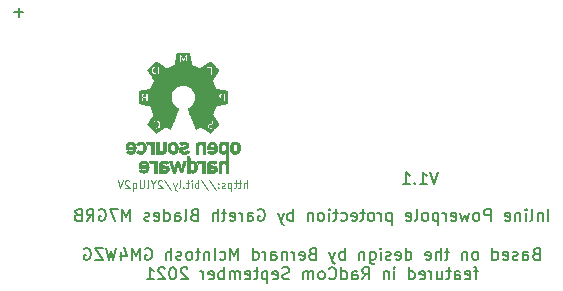
<source format=gbr>
%TF.GenerationSoftware,KiCad,Pcbnew,(5.1.9)-1*%
%TF.CreationDate,2021-09-21T17:39:54+01:00*%
%TF.ProjectId,InlinePowerpoleBOB,496e6c69-6e65-4506-9f77-6572706f6c65,rev?*%
%TF.SameCoordinates,Original*%
%TF.FileFunction,Legend,Bot*%
%TF.FilePolarity,Positive*%
%FSLAX46Y46*%
G04 Gerber Fmt 4.6, Leading zero omitted, Abs format (unit mm)*
G04 Created by KiCad (PCBNEW (5.1.9)-1) date 2021-09-21 17:39:54*
%MOMM*%
%LPD*%
G01*
G04 APERTURE LIST*
%ADD10C,0.150000*%
%ADD11C,0.125000*%
%ADD12C,0.010000*%
G04 APERTURE END LIST*
D10*
X150113809Y-65492380D02*
X149780476Y-66492380D01*
X149447142Y-65492380D01*
X148590000Y-66492380D02*
X149161428Y-66492380D01*
X148875714Y-66492380D02*
X148875714Y-65492380D01*
X148970952Y-65635238D01*
X149066190Y-65730476D01*
X149161428Y-65778095D01*
X148161428Y-66397142D02*
X148113809Y-66444761D01*
X148161428Y-66492380D01*
X148209047Y-66444761D01*
X148161428Y-66397142D01*
X148161428Y-66492380D01*
X147161428Y-66492380D02*
X147732857Y-66492380D01*
X147447142Y-66492380D02*
X147447142Y-65492380D01*
X147542380Y-65635238D01*
X147637619Y-65730476D01*
X147732857Y-65778095D01*
X159469809Y-69605380D02*
X159469809Y-68605380D01*
X158993619Y-68938714D02*
X158993619Y-69605380D01*
X158993619Y-69033952D02*
X158946000Y-68986333D01*
X158850761Y-68938714D01*
X158707904Y-68938714D01*
X158612666Y-68986333D01*
X158565047Y-69081571D01*
X158565047Y-69605380D01*
X157946000Y-69605380D02*
X158041238Y-69557761D01*
X158088857Y-69462523D01*
X158088857Y-68605380D01*
X157565047Y-69605380D02*
X157565047Y-68938714D01*
X157565047Y-68605380D02*
X157612666Y-68653000D01*
X157565047Y-68700619D01*
X157517428Y-68653000D01*
X157565047Y-68605380D01*
X157565047Y-68700619D01*
X157088857Y-68938714D02*
X157088857Y-69605380D01*
X157088857Y-69033952D02*
X157041238Y-68986333D01*
X156946000Y-68938714D01*
X156803142Y-68938714D01*
X156707904Y-68986333D01*
X156660285Y-69081571D01*
X156660285Y-69605380D01*
X155803142Y-69557761D02*
X155898380Y-69605380D01*
X156088857Y-69605380D01*
X156184095Y-69557761D01*
X156231714Y-69462523D01*
X156231714Y-69081571D01*
X156184095Y-68986333D01*
X156088857Y-68938714D01*
X155898380Y-68938714D01*
X155803142Y-68986333D01*
X155755523Y-69081571D01*
X155755523Y-69176809D01*
X156231714Y-69272047D01*
X154565047Y-69605380D02*
X154565047Y-68605380D01*
X154184095Y-68605380D01*
X154088857Y-68653000D01*
X154041238Y-68700619D01*
X153993619Y-68795857D01*
X153993619Y-68938714D01*
X154041238Y-69033952D01*
X154088857Y-69081571D01*
X154184095Y-69129190D01*
X154565047Y-69129190D01*
X153422190Y-69605380D02*
X153517428Y-69557761D01*
X153565047Y-69510142D01*
X153612666Y-69414904D01*
X153612666Y-69129190D01*
X153565047Y-69033952D01*
X153517428Y-68986333D01*
X153422190Y-68938714D01*
X153279333Y-68938714D01*
X153184095Y-68986333D01*
X153136476Y-69033952D01*
X153088857Y-69129190D01*
X153088857Y-69414904D01*
X153136476Y-69510142D01*
X153184095Y-69557761D01*
X153279333Y-69605380D01*
X153422190Y-69605380D01*
X152755523Y-68938714D02*
X152565047Y-69605380D01*
X152374571Y-69129190D01*
X152184095Y-69605380D01*
X151993619Y-68938714D01*
X151231714Y-69557761D02*
X151326952Y-69605380D01*
X151517428Y-69605380D01*
X151612666Y-69557761D01*
X151660285Y-69462523D01*
X151660285Y-69081571D01*
X151612666Y-68986333D01*
X151517428Y-68938714D01*
X151326952Y-68938714D01*
X151231714Y-68986333D01*
X151184095Y-69081571D01*
X151184095Y-69176809D01*
X151660285Y-69272047D01*
X150755523Y-69605380D02*
X150755523Y-68938714D01*
X150755523Y-69129190D02*
X150707904Y-69033952D01*
X150660285Y-68986333D01*
X150565047Y-68938714D01*
X150469809Y-68938714D01*
X150136476Y-68938714D02*
X150136476Y-69938714D01*
X150136476Y-68986333D02*
X150041238Y-68938714D01*
X149850761Y-68938714D01*
X149755523Y-68986333D01*
X149707904Y-69033952D01*
X149660285Y-69129190D01*
X149660285Y-69414904D01*
X149707904Y-69510142D01*
X149755523Y-69557761D01*
X149850761Y-69605380D01*
X150041238Y-69605380D01*
X150136476Y-69557761D01*
X149088857Y-69605380D02*
X149184095Y-69557761D01*
X149231714Y-69510142D01*
X149279333Y-69414904D01*
X149279333Y-69129190D01*
X149231714Y-69033952D01*
X149184095Y-68986333D01*
X149088857Y-68938714D01*
X148946000Y-68938714D01*
X148850761Y-68986333D01*
X148803142Y-69033952D01*
X148755523Y-69129190D01*
X148755523Y-69414904D01*
X148803142Y-69510142D01*
X148850761Y-69557761D01*
X148946000Y-69605380D01*
X149088857Y-69605380D01*
X148184095Y-69605380D02*
X148279333Y-69557761D01*
X148326952Y-69462523D01*
X148326952Y-68605380D01*
X147422190Y-69557761D02*
X147517428Y-69605380D01*
X147707904Y-69605380D01*
X147803142Y-69557761D01*
X147850761Y-69462523D01*
X147850761Y-69081571D01*
X147803142Y-68986333D01*
X147707904Y-68938714D01*
X147517428Y-68938714D01*
X147422190Y-68986333D01*
X147374571Y-69081571D01*
X147374571Y-69176809D01*
X147850761Y-69272047D01*
X146184095Y-68938714D02*
X146184095Y-69938714D01*
X146184095Y-68986333D02*
X146088857Y-68938714D01*
X145898380Y-68938714D01*
X145803142Y-68986333D01*
X145755523Y-69033952D01*
X145707904Y-69129190D01*
X145707904Y-69414904D01*
X145755523Y-69510142D01*
X145803142Y-69557761D01*
X145898380Y-69605380D01*
X146088857Y-69605380D01*
X146184095Y-69557761D01*
X145279333Y-69605380D02*
X145279333Y-68938714D01*
X145279333Y-69129190D02*
X145231714Y-69033952D01*
X145184095Y-68986333D01*
X145088857Y-68938714D01*
X144993619Y-68938714D01*
X144517428Y-69605380D02*
X144612666Y-69557761D01*
X144660285Y-69510142D01*
X144707904Y-69414904D01*
X144707904Y-69129190D01*
X144660285Y-69033952D01*
X144612666Y-68986333D01*
X144517428Y-68938714D01*
X144374571Y-68938714D01*
X144279333Y-68986333D01*
X144231714Y-69033952D01*
X144184095Y-69129190D01*
X144184095Y-69414904D01*
X144231714Y-69510142D01*
X144279333Y-69557761D01*
X144374571Y-69605380D01*
X144517428Y-69605380D01*
X143898380Y-68938714D02*
X143517428Y-68938714D01*
X143755523Y-68605380D02*
X143755523Y-69462523D01*
X143707904Y-69557761D01*
X143612666Y-69605380D01*
X143517428Y-69605380D01*
X142803142Y-69557761D02*
X142898380Y-69605380D01*
X143088857Y-69605380D01*
X143184095Y-69557761D01*
X143231714Y-69462523D01*
X143231714Y-69081571D01*
X143184095Y-68986333D01*
X143088857Y-68938714D01*
X142898380Y-68938714D01*
X142803142Y-68986333D01*
X142755523Y-69081571D01*
X142755523Y-69176809D01*
X143231714Y-69272047D01*
X141898380Y-69557761D02*
X141993619Y-69605380D01*
X142184095Y-69605380D01*
X142279333Y-69557761D01*
X142326952Y-69510142D01*
X142374571Y-69414904D01*
X142374571Y-69129190D01*
X142326952Y-69033952D01*
X142279333Y-68986333D01*
X142184095Y-68938714D01*
X141993619Y-68938714D01*
X141898380Y-68986333D01*
X141612666Y-68938714D02*
X141231714Y-68938714D01*
X141469809Y-68605380D02*
X141469809Y-69462523D01*
X141422190Y-69557761D01*
X141326952Y-69605380D01*
X141231714Y-69605380D01*
X140898380Y-69605380D02*
X140898380Y-68938714D01*
X140898380Y-68605380D02*
X140946000Y-68653000D01*
X140898380Y-68700619D01*
X140850761Y-68653000D01*
X140898380Y-68605380D01*
X140898380Y-68700619D01*
X140279333Y-69605380D02*
X140374571Y-69557761D01*
X140422190Y-69510142D01*
X140469809Y-69414904D01*
X140469809Y-69129190D01*
X140422190Y-69033952D01*
X140374571Y-68986333D01*
X140279333Y-68938714D01*
X140136476Y-68938714D01*
X140041238Y-68986333D01*
X139993619Y-69033952D01*
X139946000Y-69129190D01*
X139946000Y-69414904D01*
X139993619Y-69510142D01*
X140041238Y-69557761D01*
X140136476Y-69605380D01*
X140279333Y-69605380D01*
X139517428Y-68938714D02*
X139517428Y-69605380D01*
X139517428Y-69033952D02*
X139469809Y-68986333D01*
X139374571Y-68938714D01*
X139231714Y-68938714D01*
X139136476Y-68986333D01*
X139088857Y-69081571D01*
X139088857Y-69605380D01*
X137850761Y-69605380D02*
X137850761Y-68605380D01*
X137850761Y-68986333D02*
X137755523Y-68938714D01*
X137565047Y-68938714D01*
X137469809Y-68986333D01*
X137422190Y-69033952D01*
X137374571Y-69129190D01*
X137374571Y-69414904D01*
X137422190Y-69510142D01*
X137469809Y-69557761D01*
X137565047Y-69605380D01*
X137755523Y-69605380D01*
X137850761Y-69557761D01*
X137041238Y-68938714D02*
X136803142Y-69605380D01*
X136565047Y-68938714D02*
X136803142Y-69605380D01*
X136898380Y-69843476D01*
X136946000Y-69891095D01*
X137041238Y-69938714D01*
X134898380Y-68653000D02*
X134993619Y-68605380D01*
X135136476Y-68605380D01*
X135279333Y-68653000D01*
X135374571Y-68748238D01*
X135422190Y-68843476D01*
X135469809Y-69033952D01*
X135469809Y-69176809D01*
X135422190Y-69367285D01*
X135374571Y-69462523D01*
X135279333Y-69557761D01*
X135136476Y-69605380D01*
X135041238Y-69605380D01*
X134898380Y-69557761D01*
X134850761Y-69510142D01*
X134850761Y-69176809D01*
X135041238Y-69176809D01*
X133993619Y-69605380D02*
X133993619Y-69081571D01*
X134041238Y-68986333D01*
X134136476Y-68938714D01*
X134326952Y-68938714D01*
X134422190Y-68986333D01*
X133993619Y-69557761D02*
X134088857Y-69605380D01*
X134326952Y-69605380D01*
X134422190Y-69557761D01*
X134469809Y-69462523D01*
X134469809Y-69367285D01*
X134422190Y-69272047D01*
X134326952Y-69224428D01*
X134088857Y-69224428D01*
X133993619Y-69176809D01*
X133517428Y-69605380D02*
X133517428Y-68938714D01*
X133517428Y-69129190D02*
X133469809Y-69033952D01*
X133422190Y-68986333D01*
X133326952Y-68938714D01*
X133231714Y-68938714D01*
X132517428Y-69557761D02*
X132612666Y-69605380D01*
X132803142Y-69605380D01*
X132898380Y-69557761D01*
X132946000Y-69462523D01*
X132946000Y-69081571D01*
X132898380Y-68986333D01*
X132803142Y-68938714D01*
X132612666Y-68938714D01*
X132517428Y-68986333D01*
X132469809Y-69081571D01*
X132469809Y-69176809D01*
X132946000Y-69272047D01*
X132184095Y-68938714D02*
X131803142Y-68938714D01*
X132041238Y-68605380D02*
X132041238Y-69462523D01*
X131993619Y-69557761D01*
X131898380Y-69605380D01*
X131803142Y-69605380D01*
X131469809Y-69605380D02*
X131469809Y-68605380D01*
X131041238Y-69605380D02*
X131041238Y-69081571D01*
X131088857Y-68986333D01*
X131184095Y-68938714D01*
X131326952Y-68938714D01*
X131422190Y-68986333D01*
X131469809Y-69033952D01*
X129469809Y-69081571D02*
X129326952Y-69129190D01*
X129279333Y-69176809D01*
X129231714Y-69272047D01*
X129231714Y-69414904D01*
X129279333Y-69510142D01*
X129326952Y-69557761D01*
X129422190Y-69605380D01*
X129803142Y-69605380D01*
X129803142Y-68605380D01*
X129469809Y-68605380D01*
X129374571Y-68653000D01*
X129326952Y-68700619D01*
X129279333Y-68795857D01*
X129279333Y-68891095D01*
X129326952Y-68986333D01*
X129374571Y-69033952D01*
X129469809Y-69081571D01*
X129803142Y-69081571D01*
X128660285Y-69605380D02*
X128755523Y-69557761D01*
X128803142Y-69462523D01*
X128803142Y-68605380D01*
X127850761Y-69605380D02*
X127850761Y-69081571D01*
X127898380Y-68986333D01*
X127993619Y-68938714D01*
X128184095Y-68938714D01*
X128279333Y-68986333D01*
X127850761Y-69557761D02*
X127946000Y-69605380D01*
X128184095Y-69605380D01*
X128279333Y-69557761D01*
X128326952Y-69462523D01*
X128326952Y-69367285D01*
X128279333Y-69272047D01*
X128184095Y-69224428D01*
X127946000Y-69224428D01*
X127850761Y-69176809D01*
X126946000Y-69605380D02*
X126946000Y-68605380D01*
X126946000Y-69557761D02*
X127041238Y-69605380D01*
X127231714Y-69605380D01*
X127326952Y-69557761D01*
X127374571Y-69510142D01*
X127422190Y-69414904D01*
X127422190Y-69129190D01*
X127374571Y-69033952D01*
X127326952Y-68986333D01*
X127231714Y-68938714D01*
X127041238Y-68938714D01*
X126946000Y-68986333D01*
X126088857Y-69557761D02*
X126184095Y-69605380D01*
X126374571Y-69605380D01*
X126469809Y-69557761D01*
X126517428Y-69462523D01*
X126517428Y-69081571D01*
X126469809Y-68986333D01*
X126374571Y-68938714D01*
X126184095Y-68938714D01*
X126088857Y-68986333D01*
X126041238Y-69081571D01*
X126041238Y-69176809D01*
X126517428Y-69272047D01*
X125660285Y-69557761D02*
X125565047Y-69605380D01*
X125374571Y-69605380D01*
X125279333Y-69557761D01*
X125231714Y-69462523D01*
X125231714Y-69414904D01*
X125279333Y-69319666D01*
X125374571Y-69272047D01*
X125517428Y-69272047D01*
X125612666Y-69224428D01*
X125660285Y-69129190D01*
X125660285Y-69081571D01*
X125612666Y-68986333D01*
X125517428Y-68938714D01*
X125374571Y-68938714D01*
X125279333Y-68986333D01*
X124041238Y-69605380D02*
X124041238Y-68605380D01*
X123707904Y-69319666D01*
X123374571Y-68605380D01*
X123374571Y-69605380D01*
X122993619Y-68605380D02*
X122326952Y-68605380D01*
X122755523Y-69605380D01*
X121422190Y-68653000D02*
X121517428Y-68605380D01*
X121660285Y-68605380D01*
X121803142Y-68653000D01*
X121898380Y-68748238D01*
X121946000Y-68843476D01*
X121993619Y-69033952D01*
X121993619Y-69176809D01*
X121946000Y-69367285D01*
X121898380Y-69462523D01*
X121803142Y-69557761D01*
X121660285Y-69605380D01*
X121565047Y-69605380D01*
X121422190Y-69557761D01*
X121374571Y-69510142D01*
X121374571Y-69176809D01*
X121565047Y-69176809D01*
X120374571Y-69605380D02*
X120707904Y-69129190D01*
X120946000Y-69605380D02*
X120946000Y-68605380D01*
X120565047Y-68605380D01*
X120469809Y-68653000D01*
X120422190Y-68700619D01*
X120374571Y-68795857D01*
X120374571Y-68938714D01*
X120422190Y-69033952D01*
X120469809Y-69081571D01*
X120565047Y-69129190D01*
X120946000Y-69129190D01*
X119612666Y-69081571D02*
X119469809Y-69129190D01*
X119422190Y-69176809D01*
X119374571Y-69272047D01*
X119374571Y-69414904D01*
X119422190Y-69510142D01*
X119469809Y-69557761D01*
X119565047Y-69605380D01*
X119946000Y-69605380D01*
X119946000Y-68605380D01*
X119612666Y-68605380D01*
X119517428Y-68653000D01*
X119469809Y-68700619D01*
X119422190Y-68795857D01*
X119422190Y-68891095D01*
X119469809Y-68986333D01*
X119517428Y-69033952D01*
X119612666Y-69081571D01*
X119946000Y-69081571D01*
X158398380Y-72381571D02*
X158255523Y-72429190D01*
X158207904Y-72476809D01*
X158160285Y-72572047D01*
X158160285Y-72714904D01*
X158207904Y-72810142D01*
X158255523Y-72857761D01*
X158350761Y-72905380D01*
X158731714Y-72905380D01*
X158731714Y-71905380D01*
X158398380Y-71905380D01*
X158303142Y-71953000D01*
X158255523Y-72000619D01*
X158207904Y-72095857D01*
X158207904Y-72191095D01*
X158255523Y-72286333D01*
X158303142Y-72333952D01*
X158398380Y-72381571D01*
X158731714Y-72381571D01*
X157303142Y-72905380D02*
X157303142Y-72381571D01*
X157350761Y-72286333D01*
X157446000Y-72238714D01*
X157636476Y-72238714D01*
X157731714Y-72286333D01*
X157303142Y-72857761D02*
X157398380Y-72905380D01*
X157636476Y-72905380D01*
X157731714Y-72857761D01*
X157779333Y-72762523D01*
X157779333Y-72667285D01*
X157731714Y-72572047D01*
X157636476Y-72524428D01*
X157398380Y-72524428D01*
X157303142Y-72476809D01*
X156874571Y-72857761D02*
X156779333Y-72905380D01*
X156588857Y-72905380D01*
X156493619Y-72857761D01*
X156446000Y-72762523D01*
X156446000Y-72714904D01*
X156493619Y-72619666D01*
X156588857Y-72572047D01*
X156731714Y-72572047D01*
X156826952Y-72524428D01*
X156874571Y-72429190D01*
X156874571Y-72381571D01*
X156826952Y-72286333D01*
X156731714Y-72238714D01*
X156588857Y-72238714D01*
X156493619Y-72286333D01*
X155636476Y-72857761D02*
X155731714Y-72905380D01*
X155922190Y-72905380D01*
X156017428Y-72857761D01*
X156065047Y-72762523D01*
X156065047Y-72381571D01*
X156017428Y-72286333D01*
X155922190Y-72238714D01*
X155731714Y-72238714D01*
X155636476Y-72286333D01*
X155588857Y-72381571D01*
X155588857Y-72476809D01*
X156065047Y-72572047D01*
X154731714Y-72905380D02*
X154731714Y-71905380D01*
X154731714Y-72857761D02*
X154826952Y-72905380D01*
X155017428Y-72905380D01*
X155112666Y-72857761D01*
X155160285Y-72810142D01*
X155207904Y-72714904D01*
X155207904Y-72429190D01*
X155160285Y-72333952D01*
X155112666Y-72286333D01*
X155017428Y-72238714D01*
X154826952Y-72238714D01*
X154731714Y-72286333D01*
X153350761Y-72905380D02*
X153446000Y-72857761D01*
X153493619Y-72810142D01*
X153541238Y-72714904D01*
X153541238Y-72429190D01*
X153493619Y-72333952D01*
X153446000Y-72286333D01*
X153350761Y-72238714D01*
X153207904Y-72238714D01*
X153112666Y-72286333D01*
X153065047Y-72333952D01*
X153017428Y-72429190D01*
X153017428Y-72714904D01*
X153065047Y-72810142D01*
X153112666Y-72857761D01*
X153207904Y-72905380D01*
X153350761Y-72905380D01*
X152588857Y-72238714D02*
X152588857Y-72905380D01*
X152588857Y-72333952D02*
X152541238Y-72286333D01*
X152446000Y-72238714D01*
X152303142Y-72238714D01*
X152207904Y-72286333D01*
X152160285Y-72381571D01*
X152160285Y-72905380D01*
X151065047Y-72238714D02*
X150684095Y-72238714D01*
X150922190Y-71905380D02*
X150922190Y-72762523D01*
X150874571Y-72857761D01*
X150779333Y-72905380D01*
X150684095Y-72905380D01*
X150350761Y-72905380D02*
X150350761Y-71905380D01*
X149922190Y-72905380D02*
X149922190Y-72381571D01*
X149969809Y-72286333D01*
X150065047Y-72238714D01*
X150207904Y-72238714D01*
X150303142Y-72286333D01*
X150350761Y-72333952D01*
X149065047Y-72857761D02*
X149160285Y-72905380D01*
X149350761Y-72905380D01*
X149446000Y-72857761D01*
X149493619Y-72762523D01*
X149493619Y-72381571D01*
X149446000Y-72286333D01*
X149350761Y-72238714D01*
X149160285Y-72238714D01*
X149065047Y-72286333D01*
X149017428Y-72381571D01*
X149017428Y-72476809D01*
X149493619Y-72572047D01*
X147398380Y-72905380D02*
X147398380Y-71905380D01*
X147398380Y-72857761D02*
X147493619Y-72905380D01*
X147684095Y-72905380D01*
X147779333Y-72857761D01*
X147826952Y-72810142D01*
X147874571Y-72714904D01*
X147874571Y-72429190D01*
X147826952Y-72333952D01*
X147779333Y-72286333D01*
X147684095Y-72238714D01*
X147493619Y-72238714D01*
X147398380Y-72286333D01*
X146541238Y-72857761D02*
X146636476Y-72905380D01*
X146826952Y-72905380D01*
X146922190Y-72857761D01*
X146969809Y-72762523D01*
X146969809Y-72381571D01*
X146922190Y-72286333D01*
X146826952Y-72238714D01*
X146636476Y-72238714D01*
X146541238Y-72286333D01*
X146493619Y-72381571D01*
X146493619Y-72476809D01*
X146969809Y-72572047D01*
X146112666Y-72857761D02*
X146017428Y-72905380D01*
X145826952Y-72905380D01*
X145731714Y-72857761D01*
X145684095Y-72762523D01*
X145684095Y-72714904D01*
X145731714Y-72619666D01*
X145826952Y-72572047D01*
X145969809Y-72572047D01*
X146065047Y-72524428D01*
X146112666Y-72429190D01*
X146112666Y-72381571D01*
X146065047Y-72286333D01*
X145969809Y-72238714D01*
X145826952Y-72238714D01*
X145731714Y-72286333D01*
X145255523Y-72905380D02*
X145255523Y-72238714D01*
X145255523Y-71905380D02*
X145303142Y-71953000D01*
X145255523Y-72000619D01*
X145207904Y-71953000D01*
X145255523Y-71905380D01*
X145255523Y-72000619D01*
X144350761Y-72238714D02*
X144350761Y-73048238D01*
X144398380Y-73143476D01*
X144446000Y-73191095D01*
X144541238Y-73238714D01*
X144684095Y-73238714D01*
X144779333Y-73191095D01*
X144350761Y-72857761D02*
X144446000Y-72905380D01*
X144636476Y-72905380D01*
X144731714Y-72857761D01*
X144779333Y-72810142D01*
X144826952Y-72714904D01*
X144826952Y-72429190D01*
X144779333Y-72333952D01*
X144731714Y-72286333D01*
X144636476Y-72238714D01*
X144446000Y-72238714D01*
X144350761Y-72286333D01*
X143874571Y-72238714D02*
X143874571Y-72905380D01*
X143874571Y-72333952D02*
X143826952Y-72286333D01*
X143731714Y-72238714D01*
X143588857Y-72238714D01*
X143493619Y-72286333D01*
X143446000Y-72381571D01*
X143446000Y-72905380D01*
X142207904Y-72905380D02*
X142207904Y-71905380D01*
X142207904Y-72286333D02*
X142112666Y-72238714D01*
X141922190Y-72238714D01*
X141826952Y-72286333D01*
X141779333Y-72333952D01*
X141731714Y-72429190D01*
X141731714Y-72714904D01*
X141779333Y-72810142D01*
X141826952Y-72857761D01*
X141922190Y-72905380D01*
X142112666Y-72905380D01*
X142207904Y-72857761D01*
X141398380Y-72238714D02*
X141160285Y-72905380D01*
X140922190Y-72238714D02*
X141160285Y-72905380D01*
X141255523Y-73143476D01*
X141303142Y-73191095D01*
X141398380Y-73238714D01*
X139446000Y-72381571D02*
X139303142Y-72429190D01*
X139255523Y-72476809D01*
X139207904Y-72572047D01*
X139207904Y-72714904D01*
X139255523Y-72810142D01*
X139303142Y-72857761D01*
X139398380Y-72905380D01*
X139779333Y-72905380D01*
X139779333Y-71905380D01*
X139446000Y-71905380D01*
X139350761Y-71953000D01*
X139303142Y-72000619D01*
X139255523Y-72095857D01*
X139255523Y-72191095D01*
X139303142Y-72286333D01*
X139350761Y-72333952D01*
X139446000Y-72381571D01*
X139779333Y-72381571D01*
X138398380Y-72857761D02*
X138493619Y-72905380D01*
X138684095Y-72905380D01*
X138779333Y-72857761D01*
X138826952Y-72762523D01*
X138826952Y-72381571D01*
X138779333Y-72286333D01*
X138684095Y-72238714D01*
X138493619Y-72238714D01*
X138398380Y-72286333D01*
X138350761Y-72381571D01*
X138350761Y-72476809D01*
X138826952Y-72572047D01*
X137922190Y-72905380D02*
X137922190Y-72238714D01*
X137922190Y-72429190D02*
X137874571Y-72333952D01*
X137826952Y-72286333D01*
X137731714Y-72238714D01*
X137636476Y-72238714D01*
X137303142Y-72238714D02*
X137303142Y-72905380D01*
X137303142Y-72333952D02*
X137255523Y-72286333D01*
X137160285Y-72238714D01*
X137017428Y-72238714D01*
X136922190Y-72286333D01*
X136874571Y-72381571D01*
X136874571Y-72905380D01*
X135969809Y-72905380D02*
X135969809Y-72381571D01*
X136017428Y-72286333D01*
X136112666Y-72238714D01*
X136303142Y-72238714D01*
X136398380Y-72286333D01*
X135969809Y-72857761D02*
X136065047Y-72905380D01*
X136303142Y-72905380D01*
X136398380Y-72857761D01*
X136446000Y-72762523D01*
X136446000Y-72667285D01*
X136398380Y-72572047D01*
X136303142Y-72524428D01*
X136065047Y-72524428D01*
X135969809Y-72476809D01*
X135493619Y-72905380D02*
X135493619Y-72238714D01*
X135493619Y-72429190D02*
X135446000Y-72333952D01*
X135398380Y-72286333D01*
X135303142Y-72238714D01*
X135207904Y-72238714D01*
X134446000Y-72905380D02*
X134446000Y-71905380D01*
X134446000Y-72857761D02*
X134541238Y-72905380D01*
X134731714Y-72905380D01*
X134826952Y-72857761D01*
X134874571Y-72810142D01*
X134922190Y-72714904D01*
X134922190Y-72429190D01*
X134874571Y-72333952D01*
X134826952Y-72286333D01*
X134731714Y-72238714D01*
X134541238Y-72238714D01*
X134446000Y-72286333D01*
X133207904Y-72905380D02*
X133207904Y-71905380D01*
X132874571Y-72619666D01*
X132541238Y-71905380D01*
X132541238Y-72905380D01*
X131636476Y-72857761D02*
X131731714Y-72905380D01*
X131922190Y-72905380D01*
X132017428Y-72857761D01*
X132065047Y-72810142D01*
X132112666Y-72714904D01*
X132112666Y-72429190D01*
X132065047Y-72333952D01*
X132017428Y-72286333D01*
X131922190Y-72238714D01*
X131731714Y-72238714D01*
X131636476Y-72286333D01*
X131207904Y-72905380D02*
X131207904Y-71905380D01*
X130731714Y-72238714D02*
X130731714Y-72905380D01*
X130731714Y-72333952D02*
X130684095Y-72286333D01*
X130588857Y-72238714D01*
X130446000Y-72238714D01*
X130350761Y-72286333D01*
X130303142Y-72381571D01*
X130303142Y-72905380D01*
X129969809Y-72238714D02*
X129588857Y-72238714D01*
X129826952Y-71905380D02*
X129826952Y-72762523D01*
X129779333Y-72857761D01*
X129684095Y-72905380D01*
X129588857Y-72905380D01*
X129112666Y-72905380D02*
X129207904Y-72857761D01*
X129255523Y-72810142D01*
X129303142Y-72714904D01*
X129303142Y-72429190D01*
X129255523Y-72333952D01*
X129207904Y-72286333D01*
X129112666Y-72238714D01*
X128969809Y-72238714D01*
X128874571Y-72286333D01*
X128826952Y-72333952D01*
X128779333Y-72429190D01*
X128779333Y-72714904D01*
X128826952Y-72810142D01*
X128874571Y-72857761D01*
X128969809Y-72905380D01*
X129112666Y-72905380D01*
X128398380Y-72857761D02*
X128303142Y-72905380D01*
X128112666Y-72905380D01*
X128017428Y-72857761D01*
X127969809Y-72762523D01*
X127969809Y-72714904D01*
X128017428Y-72619666D01*
X128112666Y-72572047D01*
X128255523Y-72572047D01*
X128350761Y-72524428D01*
X128398380Y-72429190D01*
X128398380Y-72381571D01*
X128350761Y-72286333D01*
X128255523Y-72238714D01*
X128112666Y-72238714D01*
X128017428Y-72286333D01*
X127541238Y-72905380D02*
X127541238Y-71905380D01*
X127112666Y-72905380D02*
X127112666Y-72381571D01*
X127160285Y-72286333D01*
X127255523Y-72238714D01*
X127398380Y-72238714D01*
X127493619Y-72286333D01*
X127541238Y-72333952D01*
X125350761Y-71953000D02*
X125446000Y-71905380D01*
X125588857Y-71905380D01*
X125731714Y-71953000D01*
X125826952Y-72048238D01*
X125874571Y-72143476D01*
X125922190Y-72333952D01*
X125922190Y-72476809D01*
X125874571Y-72667285D01*
X125826952Y-72762523D01*
X125731714Y-72857761D01*
X125588857Y-72905380D01*
X125493619Y-72905380D01*
X125350761Y-72857761D01*
X125303142Y-72810142D01*
X125303142Y-72476809D01*
X125493619Y-72476809D01*
X124874571Y-72905380D02*
X124874571Y-71905380D01*
X124541238Y-72619666D01*
X124207904Y-71905380D01*
X124207904Y-72905380D01*
X123303142Y-72238714D02*
X123303142Y-72905380D01*
X123541238Y-71857761D02*
X123779333Y-72572047D01*
X123160285Y-72572047D01*
X122874571Y-71905380D02*
X122636476Y-72905380D01*
X122446000Y-72191095D01*
X122255523Y-72905380D01*
X122017428Y-71905380D01*
X121731714Y-71905380D02*
X121065047Y-71905380D01*
X121731714Y-72905380D01*
X121065047Y-72905380D01*
X120160285Y-71953000D02*
X120255523Y-71905380D01*
X120398380Y-71905380D01*
X120541238Y-71953000D01*
X120636476Y-72048238D01*
X120684095Y-72143476D01*
X120731714Y-72333952D01*
X120731714Y-72476809D01*
X120684095Y-72667285D01*
X120636476Y-72762523D01*
X120541238Y-72857761D01*
X120398380Y-72905380D01*
X120303142Y-72905380D01*
X120160285Y-72857761D01*
X120112666Y-72810142D01*
X120112666Y-72476809D01*
X120303142Y-72476809D01*
X153517428Y-73888714D02*
X153136476Y-73888714D01*
X153374571Y-74555380D02*
X153374571Y-73698238D01*
X153326952Y-73603000D01*
X153231714Y-73555380D01*
X153136476Y-73555380D01*
X152422190Y-74507761D02*
X152517428Y-74555380D01*
X152707904Y-74555380D01*
X152803142Y-74507761D01*
X152850761Y-74412523D01*
X152850761Y-74031571D01*
X152803142Y-73936333D01*
X152707904Y-73888714D01*
X152517428Y-73888714D01*
X152422190Y-73936333D01*
X152374571Y-74031571D01*
X152374571Y-74126809D01*
X152850761Y-74222047D01*
X151517428Y-74555380D02*
X151517428Y-74031571D01*
X151565047Y-73936333D01*
X151660285Y-73888714D01*
X151850761Y-73888714D01*
X151946000Y-73936333D01*
X151517428Y-74507761D02*
X151612666Y-74555380D01*
X151850761Y-74555380D01*
X151946000Y-74507761D01*
X151993619Y-74412523D01*
X151993619Y-74317285D01*
X151946000Y-74222047D01*
X151850761Y-74174428D01*
X151612666Y-74174428D01*
X151517428Y-74126809D01*
X151184095Y-73888714D02*
X150803142Y-73888714D01*
X151041238Y-73555380D02*
X151041238Y-74412523D01*
X150993619Y-74507761D01*
X150898380Y-74555380D01*
X150803142Y-74555380D01*
X150041238Y-73888714D02*
X150041238Y-74555380D01*
X150469809Y-73888714D02*
X150469809Y-74412523D01*
X150422190Y-74507761D01*
X150326952Y-74555380D01*
X150184095Y-74555380D01*
X150088857Y-74507761D01*
X150041238Y-74460142D01*
X149565047Y-74555380D02*
X149565047Y-73888714D01*
X149565047Y-74079190D02*
X149517428Y-73983952D01*
X149469809Y-73936333D01*
X149374571Y-73888714D01*
X149279333Y-73888714D01*
X148565047Y-74507761D02*
X148660285Y-74555380D01*
X148850761Y-74555380D01*
X148946000Y-74507761D01*
X148993619Y-74412523D01*
X148993619Y-74031571D01*
X148946000Y-73936333D01*
X148850761Y-73888714D01*
X148660285Y-73888714D01*
X148565047Y-73936333D01*
X148517428Y-74031571D01*
X148517428Y-74126809D01*
X148993619Y-74222047D01*
X147660285Y-74555380D02*
X147660285Y-73555380D01*
X147660285Y-74507761D02*
X147755523Y-74555380D01*
X147946000Y-74555380D01*
X148041238Y-74507761D01*
X148088857Y-74460142D01*
X148136476Y-74364904D01*
X148136476Y-74079190D01*
X148088857Y-73983952D01*
X148041238Y-73936333D01*
X147946000Y-73888714D01*
X147755523Y-73888714D01*
X147660285Y-73936333D01*
X146422190Y-74555380D02*
X146422190Y-73888714D01*
X146422190Y-73555380D02*
X146469809Y-73603000D01*
X146422190Y-73650619D01*
X146374571Y-73603000D01*
X146422190Y-73555380D01*
X146422190Y-73650619D01*
X145946000Y-73888714D02*
X145946000Y-74555380D01*
X145946000Y-73983952D02*
X145898380Y-73936333D01*
X145803142Y-73888714D01*
X145660285Y-73888714D01*
X145565047Y-73936333D01*
X145517428Y-74031571D01*
X145517428Y-74555380D01*
X143707904Y-74555380D02*
X144041238Y-74079190D01*
X144279333Y-74555380D02*
X144279333Y-73555380D01*
X143898380Y-73555380D01*
X143803142Y-73603000D01*
X143755523Y-73650619D01*
X143707904Y-73745857D01*
X143707904Y-73888714D01*
X143755523Y-73983952D01*
X143803142Y-74031571D01*
X143898380Y-74079190D01*
X144279333Y-74079190D01*
X142850761Y-74555380D02*
X142850761Y-74031571D01*
X142898380Y-73936333D01*
X142993619Y-73888714D01*
X143184095Y-73888714D01*
X143279333Y-73936333D01*
X142850761Y-74507761D02*
X142946000Y-74555380D01*
X143184095Y-74555380D01*
X143279333Y-74507761D01*
X143326952Y-74412523D01*
X143326952Y-74317285D01*
X143279333Y-74222047D01*
X143184095Y-74174428D01*
X142946000Y-74174428D01*
X142850761Y-74126809D01*
X141946000Y-74555380D02*
X141946000Y-73555380D01*
X141946000Y-74507761D02*
X142041238Y-74555380D01*
X142231714Y-74555380D01*
X142326952Y-74507761D01*
X142374571Y-74460142D01*
X142422190Y-74364904D01*
X142422190Y-74079190D01*
X142374571Y-73983952D01*
X142326952Y-73936333D01*
X142231714Y-73888714D01*
X142041238Y-73888714D01*
X141946000Y-73936333D01*
X140898380Y-74460142D02*
X140946000Y-74507761D01*
X141088857Y-74555380D01*
X141184095Y-74555380D01*
X141326952Y-74507761D01*
X141422190Y-74412523D01*
X141469809Y-74317285D01*
X141517428Y-74126809D01*
X141517428Y-73983952D01*
X141469809Y-73793476D01*
X141422190Y-73698238D01*
X141326952Y-73603000D01*
X141184095Y-73555380D01*
X141088857Y-73555380D01*
X140946000Y-73603000D01*
X140898380Y-73650619D01*
X140326952Y-74555380D02*
X140422190Y-74507761D01*
X140469809Y-74460142D01*
X140517428Y-74364904D01*
X140517428Y-74079190D01*
X140469809Y-73983952D01*
X140422190Y-73936333D01*
X140326952Y-73888714D01*
X140184095Y-73888714D01*
X140088857Y-73936333D01*
X140041238Y-73983952D01*
X139993619Y-74079190D01*
X139993619Y-74364904D01*
X140041238Y-74460142D01*
X140088857Y-74507761D01*
X140184095Y-74555380D01*
X140326952Y-74555380D01*
X139565047Y-74555380D02*
X139565047Y-73888714D01*
X139565047Y-73983952D02*
X139517428Y-73936333D01*
X139422190Y-73888714D01*
X139279333Y-73888714D01*
X139184095Y-73936333D01*
X139136476Y-74031571D01*
X139136476Y-74555380D01*
X139136476Y-74031571D02*
X139088857Y-73936333D01*
X138993619Y-73888714D01*
X138850761Y-73888714D01*
X138755523Y-73936333D01*
X138707904Y-74031571D01*
X138707904Y-74555380D01*
X137517428Y-74507761D02*
X137374571Y-74555380D01*
X137136476Y-74555380D01*
X137041238Y-74507761D01*
X136993619Y-74460142D01*
X136946000Y-74364904D01*
X136946000Y-74269666D01*
X136993619Y-74174428D01*
X137041238Y-74126809D01*
X137136476Y-74079190D01*
X137326952Y-74031571D01*
X137422190Y-73983952D01*
X137469809Y-73936333D01*
X137517428Y-73841095D01*
X137517428Y-73745857D01*
X137469809Y-73650619D01*
X137422190Y-73603000D01*
X137326952Y-73555380D01*
X137088857Y-73555380D01*
X136946000Y-73603000D01*
X136136476Y-74507761D02*
X136231714Y-74555380D01*
X136422190Y-74555380D01*
X136517428Y-74507761D01*
X136565047Y-74412523D01*
X136565047Y-74031571D01*
X136517428Y-73936333D01*
X136422190Y-73888714D01*
X136231714Y-73888714D01*
X136136476Y-73936333D01*
X136088857Y-74031571D01*
X136088857Y-74126809D01*
X136565047Y-74222047D01*
X135660285Y-73888714D02*
X135660285Y-74888714D01*
X135660285Y-73936333D02*
X135565047Y-73888714D01*
X135374571Y-73888714D01*
X135279333Y-73936333D01*
X135231714Y-73983952D01*
X135184095Y-74079190D01*
X135184095Y-74364904D01*
X135231714Y-74460142D01*
X135279333Y-74507761D01*
X135374571Y-74555380D01*
X135565047Y-74555380D01*
X135660285Y-74507761D01*
X134898380Y-73888714D02*
X134517428Y-73888714D01*
X134755523Y-73555380D02*
X134755523Y-74412523D01*
X134707904Y-74507761D01*
X134612666Y-74555380D01*
X134517428Y-74555380D01*
X133803142Y-74507761D02*
X133898380Y-74555380D01*
X134088857Y-74555380D01*
X134184095Y-74507761D01*
X134231714Y-74412523D01*
X134231714Y-74031571D01*
X134184095Y-73936333D01*
X134088857Y-73888714D01*
X133898380Y-73888714D01*
X133803142Y-73936333D01*
X133755523Y-74031571D01*
X133755523Y-74126809D01*
X134231714Y-74222047D01*
X133326952Y-74555380D02*
X133326952Y-73888714D01*
X133326952Y-73983952D02*
X133279333Y-73936333D01*
X133184095Y-73888714D01*
X133041238Y-73888714D01*
X132946000Y-73936333D01*
X132898380Y-74031571D01*
X132898380Y-74555380D01*
X132898380Y-74031571D02*
X132850761Y-73936333D01*
X132755523Y-73888714D01*
X132612666Y-73888714D01*
X132517428Y-73936333D01*
X132469809Y-74031571D01*
X132469809Y-74555380D01*
X131993619Y-74555380D02*
X131993619Y-73555380D01*
X131993619Y-73936333D02*
X131898380Y-73888714D01*
X131707904Y-73888714D01*
X131612666Y-73936333D01*
X131565047Y-73983952D01*
X131517428Y-74079190D01*
X131517428Y-74364904D01*
X131565047Y-74460142D01*
X131612666Y-74507761D01*
X131707904Y-74555380D01*
X131898380Y-74555380D01*
X131993619Y-74507761D01*
X130707904Y-74507761D02*
X130803142Y-74555380D01*
X130993619Y-74555380D01*
X131088857Y-74507761D01*
X131136476Y-74412523D01*
X131136476Y-74031571D01*
X131088857Y-73936333D01*
X130993619Y-73888714D01*
X130803142Y-73888714D01*
X130707904Y-73936333D01*
X130660285Y-74031571D01*
X130660285Y-74126809D01*
X131136476Y-74222047D01*
X130231714Y-74555380D02*
X130231714Y-73888714D01*
X130231714Y-74079190D02*
X130184095Y-73983952D01*
X130136476Y-73936333D01*
X130041238Y-73888714D01*
X129946000Y-73888714D01*
X128898380Y-73650619D02*
X128850761Y-73603000D01*
X128755523Y-73555380D01*
X128517428Y-73555380D01*
X128422190Y-73603000D01*
X128374571Y-73650619D01*
X128326952Y-73745857D01*
X128326952Y-73841095D01*
X128374571Y-73983952D01*
X128946000Y-74555380D01*
X128326952Y-74555380D01*
X127707904Y-73555380D02*
X127612666Y-73555380D01*
X127517428Y-73603000D01*
X127469809Y-73650619D01*
X127422190Y-73745857D01*
X127374571Y-73936333D01*
X127374571Y-74174428D01*
X127422190Y-74364904D01*
X127469809Y-74460142D01*
X127517428Y-74507761D01*
X127612666Y-74555380D01*
X127707904Y-74555380D01*
X127803142Y-74507761D01*
X127850761Y-74460142D01*
X127898380Y-74364904D01*
X127946000Y-74174428D01*
X127946000Y-73936333D01*
X127898380Y-73745857D01*
X127850761Y-73650619D01*
X127803142Y-73603000D01*
X127707904Y-73555380D01*
X126993619Y-73650619D02*
X126946000Y-73603000D01*
X126850761Y-73555380D01*
X126612666Y-73555380D01*
X126517428Y-73603000D01*
X126469809Y-73650619D01*
X126422190Y-73745857D01*
X126422190Y-73841095D01*
X126469809Y-73983952D01*
X127041238Y-74555380D01*
X126422190Y-74555380D01*
X125469809Y-74555380D02*
X126041238Y-74555380D01*
X125755523Y-74555380D02*
X125755523Y-73555380D01*
X125850761Y-73698238D01*
X125946000Y-73793476D01*
X126041238Y-73841095D01*
D11*
X133956142Y-66842047D02*
X133956142Y-66192047D01*
X133677571Y-66842047D02*
X133677571Y-66501571D01*
X133708523Y-66439666D01*
X133770428Y-66408714D01*
X133863285Y-66408714D01*
X133925190Y-66439666D01*
X133956142Y-66470619D01*
X133460904Y-66408714D02*
X133213285Y-66408714D01*
X133368047Y-66192047D02*
X133368047Y-66749190D01*
X133337095Y-66811095D01*
X133275190Y-66842047D01*
X133213285Y-66842047D01*
X133089476Y-66408714D02*
X132841857Y-66408714D01*
X132996619Y-66192047D02*
X132996619Y-66749190D01*
X132965666Y-66811095D01*
X132903761Y-66842047D01*
X132841857Y-66842047D01*
X132625190Y-66408714D02*
X132625190Y-67058714D01*
X132625190Y-66439666D02*
X132563285Y-66408714D01*
X132439476Y-66408714D01*
X132377571Y-66439666D01*
X132346619Y-66470619D01*
X132315666Y-66532523D01*
X132315666Y-66718238D01*
X132346619Y-66780142D01*
X132377571Y-66811095D01*
X132439476Y-66842047D01*
X132563285Y-66842047D01*
X132625190Y-66811095D01*
X132068047Y-66811095D02*
X132006142Y-66842047D01*
X131882333Y-66842047D01*
X131820428Y-66811095D01*
X131789476Y-66749190D01*
X131789476Y-66718238D01*
X131820428Y-66656333D01*
X131882333Y-66625380D01*
X131975190Y-66625380D01*
X132037095Y-66594428D01*
X132068047Y-66532523D01*
X132068047Y-66501571D01*
X132037095Y-66439666D01*
X131975190Y-66408714D01*
X131882333Y-66408714D01*
X131820428Y-66439666D01*
X131510904Y-66780142D02*
X131479952Y-66811095D01*
X131510904Y-66842047D01*
X131541857Y-66811095D01*
X131510904Y-66780142D01*
X131510904Y-66842047D01*
X131510904Y-66439666D02*
X131479952Y-66470619D01*
X131510904Y-66501571D01*
X131541857Y-66470619D01*
X131510904Y-66439666D01*
X131510904Y-66501571D01*
X130737095Y-66161095D02*
X131294238Y-66996809D01*
X130056142Y-66161095D02*
X130613285Y-66996809D01*
X129839476Y-66842047D02*
X129839476Y-66192047D01*
X129839476Y-66439666D02*
X129777571Y-66408714D01*
X129653761Y-66408714D01*
X129591857Y-66439666D01*
X129560904Y-66470619D01*
X129529952Y-66532523D01*
X129529952Y-66718238D01*
X129560904Y-66780142D01*
X129591857Y-66811095D01*
X129653761Y-66842047D01*
X129777571Y-66842047D01*
X129839476Y-66811095D01*
X129251380Y-66842047D02*
X129251380Y-66408714D01*
X129251380Y-66192047D02*
X129282333Y-66223000D01*
X129251380Y-66253952D01*
X129220428Y-66223000D01*
X129251380Y-66192047D01*
X129251380Y-66253952D01*
X129034714Y-66408714D02*
X128787095Y-66408714D01*
X128941857Y-66192047D02*
X128941857Y-66749190D01*
X128910904Y-66811095D01*
X128849000Y-66842047D01*
X128787095Y-66842047D01*
X128570428Y-66780142D02*
X128539476Y-66811095D01*
X128570428Y-66842047D01*
X128601380Y-66811095D01*
X128570428Y-66780142D01*
X128570428Y-66842047D01*
X128168047Y-66842047D02*
X128229952Y-66811095D01*
X128260904Y-66749190D01*
X128260904Y-66192047D01*
X127982333Y-66408714D02*
X127827571Y-66842047D01*
X127672809Y-66408714D02*
X127827571Y-66842047D01*
X127889476Y-66996809D01*
X127920428Y-67027761D01*
X127982333Y-67058714D01*
X126960904Y-66161095D02*
X127518047Y-66996809D01*
X126775190Y-66253952D02*
X126744238Y-66223000D01*
X126682333Y-66192047D01*
X126527571Y-66192047D01*
X126465666Y-66223000D01*
X126434714Y-66253952D01*
X126403761Y-66315857D01*
X126403761Y-66377761D01*
X126434714Y-66470619D01*
X126806142Y-66842047D01*
X126403761Y-66842047D01*
X126001380Y-66532523D02*
X126001380Y-66842047D01*
X126218047Y-66192047D02*
X126001380Y-66532523D01*
X125784714Y-66192047D01*
X125475190Y-66842047D02*
X125537095Y-66811095D01*
X125568047Y-66749190D01*
X125568047Y-66192047D01*
X125227571Y-66192047D02*
X125227571Y-66718238D01*
X125196619Y-66780142D01*
X125165666Y-66811095D01*
X125103761Y-66842047D01*
X124979952Y-66842047D01*
X124918047Y-66811095D01*
X124887095Y-66780142D01*
X124856142Y-66718238D01*
X124856142Y-66192047D01*
X124268047Y-66408714D02*
X124268047Y-67058714D01*
X124268047Y-66811095D02*
X124329952Y-66842047D01*
X124453761Y-66842047D01*
X124515666Y-66811095D01*
X124546619Y-66780142D01*
X124577571Y-66718238D01*
X124577571Y-66532523D01*
X124546619Y-66470619D01*
X124515666Y-66439666D01*
X124453761Y-66408714D01*
X124329952Y-66408714D01*
X124268047Y-66439666D01*
X123989476Y-66253952D02*
X123958523Y-66223000D01*
X123896619Y-66192047D01*
X123741857Y-66192047D01*
X123679952Y-66223000D01*
X123649000Y-66253952D01*
X123618047Y-66315857D01*
X123618047Y-66377761D01*
X123649000Y-66470619D01*
X124020428Y-66842047D01*
X123618047Y-66842047D01*
X123432333Y-66192047D02*
X123215666Y-66842047D01*
X122999000Y-66192047D01*
D12*
%TO.C,G\u002A\u002A\u002A*%
G36*
X130961841Y-64505816D02*
G01*
X130895748Y-64509451D01*
X130847365Y-64514972D01*
X130809005Y-64523884D01*
X130772980Y-64537694D01*
X130754386Y-64546442D01*
X130684059Y-64591715D01*
X130633597Y-64650461D01*
X130606283Y-64706500D01*
X130600788Y-64729955D01*
X130596156Y-64769839D01*
X130592296Y-64827931D01*
X130589119Y-64906009D01*
X130586531Y-65005851D01*
X130584444Y-65129235D01*
X130584364Y-65135125D01*
X130579170Y-65519300D01*
X130797300Y-65519300D01*
X130797300Y-65440842D01*
X130835795Y-65473232D01*
X130875091Y-65499018D01*
X130918512Y-65517864D01*
X130921520Y-65518741D01*
X130980898Y-65528465D01*
X131052037Y-65530368D01*
X131122611Y-65524696D01*
X131174183Y-65513718D01*
X131256187Y-65477090D01*
X131322554Y-65424710D01*
X131369973Y-65359610D01*
X131386947Y-65318946D01*
X131397920Y-65248711D01*
X131395525Y-65221147D01*
X131203027Y-65221147D01*
X131189012Y-65264080D01*
X131157770Y-65300602D01*
X131111402Y-65325388D01*
X131095030Y-65329704D01*
X131055917Y-65334129D01*
X131003868Y-65335312D01*
X130947927Y-65333586D01*
X130897136Y-65329280D01*
X130860541Y-65322725D01*
X130855047Y-65320921D01*
X130828402Y-65298019D01*
X130808880Y-65255469D01*
X130798475Y-65198503D01*
X130797300Y-65169696D01*
X130797300Y-65098232D01*
X130967767Y-65102391D01*
X131037176Y-65104360D01*
X131086022Y-65106857D01*
X131119138Y-65110712D01*
X131141359Y-65116757D01*
X131157518Y-65125823D01*
X131170967Y-65137338D01*
X131197712Y-65177125D01*
X131203027Y-65221147D01*
X131395525Y-65221147D01*
X131391293Y-65172444D01*
X131369122Y-65098441D01*
X131333461Y-65034996D01*
X131310127Y-65008798D01*
X131276049Y-64980492D01*
X131239838Y-64959521D01*
X131196804Y-64944677D01*
X131142258Y-64934754D01*
X131071510Y-64928542D01*
X130984625Y-64924967D01*
X130797300Y-64919631D01*
X130797300Y-64850330D01*
X130799765Y-64806224D01*
X130806066Y-64769355D01*
X130811023Y-64755389D01*
X130839367Y-64726985D01*
X130886935Y-64706214D01*
X130948177Y-64695106D01*
X130979455Y-64693800D01*
X131050348Y-64696766D01*
X131102284Y-64706656D01*
X131141120Y-64724957D01*
X131159418Y-64739517D01*
X131191697Y-64769432D01*
X131267549Y-64710528D01*
X131303898Y-64681110D01*
X131330743Y-64657114D01*
X131343099Y-64643048D01*
X131343400Y-64641951D01*
X131334501Y-64629014D01*
X131311563Y-64605867D01*
X131289766Y-64586370D01*
X131236237Y-64548606D01*
X131175972Y-64523194D01*
X131104036Y-64508922D01*
X131015497Y-64504578D01*
X130961841Y-64505816D01*
G37*
X130961841Y-64505816D02*
X130895748Y-64509451D01*
X130847365Y-64514972D01*
X130809005Y-64523884D01*
X130772980Y-64537694D01*
X130754386Y-64546442D01*
X130684059Y-64591715D01*
X130633597Y-64650461D01*
X130606283Y-64706500D01*
X130600788Y-64729955D01*
X130596156Y-64769839D01*
X130592296Y-64827931D01*
X130589119Y-64906009D01*
X130586531Y-65005851D01*
X130584444Y-65129235D01*
X130584364Y-65135125D01*
X130579170Y-65519300D01*
X130797300Y-65519300D01*
X130797300Y-65440842D01*
X130835795Y-65473232D01*
X130875091Y-65499018D01*
X130918512Y-65517864D01*
X130921520Y-65518741D01*
X130980898Y-65528465D01*
X131052037Y-65530368D01*
X131122611Y-65524696D01*
X131174183Y-65513718D01*
X131256187Y-65477090D01*
X131322554Y-65424710D01*
X131369973Y-65359610D01*
X131386947Y-65318946D01*
X131397920Y-65248711D01*
X131395525Y-65221147D01*
X131203027Y-65221147D01*
X131189012Y-65264080D01*
X131157770Y-65300602D01*
X131111402Y-65325388D01*
X131095030Y-65329704D01*
X131055917Y-65334129D01*
X131003868Y-65335312D01*
X130947927Y-65333586D01*
X130897136Y-65329280D01*
X130860541Y-65322725D01*
X130855047Y-65320921D01*
X130828402Y-65298019D01*
X130808880Y-65255469D01*
X130798475Y-65198503D01*
X130797300Y-65169696D01*
X130797300Y-65098232D01*
X130967767Y-65102391D01*
X131037176Y-65104360D01*
X131086022Y-65106857D01*
X131119138Y-65110712D01*
X131141359Y-65116757D01*
X131157518Y-65125823D01*
X131170967Y-65137338D01*
X131197712Y-65177125D01*
X131203027Y-65221147D01*
X131395525Y-65221147D01*
X131391293Y-65172444D01*
X131369122Y-65098441D01*
X131333461Y-65034996D01*
X131310127Y-65008798D01*
X131276049Y-64980492D01*
X131239838Y-64959521D01*
X131196804Y-64944677D01*
X131142258Y-64934754D01*
X131071510Y-64928542D01*
X130984625Y-64924967D01*
X130797300Y-64919631D01*
X130797300Y-64850330D01*
X130799765Y-64806224D01*
X130806066Y-64769355D01*
X130811023Y-64755389D01*
X130839367Y-64726985D01*
X130886935Y-64706214D01*
X130948177Y-64695106D01*
X130979455Y-64693800D01*
X131050348Y-64696766D01*
X131102284Y-64706656D01*
X131141120Y-64724957D01*
X131159418Y-64739517D01*
X131191697Y-64769432D01*
X131267549Y-64710528D01*
X131303898Y-64681110D01*
X131330743Y-64657114D01*
X131343099Y-64643048D01*
X131343400Y-64641951D01*
X131334501Y-64629014D01*
X131311563Y-64605867D01*
X131289766Y-64586370D01*
X131236237Y-64548606D01*
X131175972Y-64523194D01*
X131104036Y-64508922D01*
X131015497Y-64504578D01*
X130961841Y-64505816D01*
G36*
X128879600Y-65519300D02*
G01*
X129082800Y-65519300D01*
X129082800Y-65474850D01*
X129086169Y-65441539D01*
X129097340Y-65432161D01*
X129117914Y-65446015D01*
X129127010Y-65455533D01*
X129160277Y-65480001D01*
X129210028Y-65502609D01*
X129267372Y-65520306D01*
X129323421Y-65530041D01*
X129346802Y-65530997D01*
X129397233Y-65526043D01*
X129447922Y-65514991D01*
X129458907Y-65511462D01*
X129526228Y-65476173D01*
X129587892Y-65423090D01*
X129635628Y-65359680D01*
X129643659Y-65344641D01*
X129653703Y-65322977D01*
X129661187Y-65301781D01*
X129666486Y-65277005D01*
X129669976Y-65244599D01*
X129672030Y-65200513D01*
X129673025Y-65140699D01*
X129673265Y-65078713D01*
X129474629Y-65078713D01*
X129465391Y-65164169D01*
X129445692Y-65229449D01*
X129414954Y-65276283D01*
X129372596Y-65306402D01*
X129360063Y-65311545D01*
X129293478Y-65326480D01*
X129230955Y-65319133D01*
X129189591Y-65302838D01*
X129153029Y-65281476D01*
X129126302Y-65255305D01*
X129107982Y-65220263D01*
X129096637Y-65172292D01*
X129090839Y-65107330D01*
X129089156Y-65021316D01*
X129089154Y-65017650D01*
X129089680Y-64946569D01*
X129091709Y-64895341D01*
X129095916Y-64858429D01*
X129102973Y-64830300D01*
X129113554Y-64805418D01*
X129115422Y-64801750D01*
X129153261Y-64753155D01*
X129204026Y-64721533D01*
X129262121Y-64706949D01*
X129321949Y-64709464D01*
X129377911Y-64729143D01*
X129424411Y-64766048D01*
X129446246Y-64798013D01*
X129459619Y-64837810D01*
X129468928Y-64898954D01*
X129473986Y-64971352D01*
X129474629Y-65078713D01*
X129673265Y-65078713D01*
X129673334Y-65061107D01*
X129673350Y-65024000D01*
X129672744Y-64920146D01*
X129670305Y-64837917D01*
X129665105Y-64773550D01*
X129656214Y-64723286D01*
X129642703Y-64683364D01*
X129623644Y-64650024D01*
X129598107Y-64619506D01*
X129565779Y-64588601D01*
X129501700Y-64541257D01*
X129433899Y-64513947D01*
X129354308Y-64503690D01*
X129335327Y-64503424D01*
X129279550Y-64509805D01*
X129220535Y-64526526D01*
X129167163Y-64550230D01*
X129128318Y-64577561D01*
X129122520Y-64583828D01*
X129103913Y-64600878D01*
X129094214Y-64604900D01*
X129090723Y-64592837D01*
X129087346Y-64559201D01*
X129084303Y-64507817D01*
X129081810Y-64442511D01*
X129080088Y-64367108D01*
X129079894Y-64354075D01*
X129076450Y-64103250D01*
X128978025Y-64099540D01*
X128879600Y-64095831D01*
X128879600Y-65519300D01*
G37*
X128879600Y-65519300D02*
X129082800Y-65519300D01*
X129082800Y-65474850D01*
X129086169Y-65441539D01*
X129097340Y-65432161D01*
X129117914Y-65446015D01*
X129127010Y-65455533D01*
X129160277Y-65480001D01*
X129210028Y-65502609D01*
X129267372Y-65520306D01*
X129323421Y-65530041D01*
X129346802Y-65530997D01*
X129397233Y-65526043D01*
X129447922Y-65514991D01*
X129458907Y-65511462D01*
X129526228Y-65476173D01*
X129587892Y-65423090D01*
X129635628Y-65359680D01*
X129643659Y-65344641D01*
X129653703Y-65322977D01*
X129661187Y-65301781D01*
X129666486Y-65277005D01*
X129669976Y-65244599D01*
X129672030Y-65200513D01*
X129673025Y-65140699D01*
X129673265Y-65078713D01*
X129474629Y-65078713D01*
X129465391Y-65164169D01*
X129445692Y-65229449D01*
X129414954Y-65276283D01*
X129372596Y-65306402D01*
X129360063Y-65311545D01*
X129293478Y-65326480D01*
X129230955Y-65319133D01*
X129189591Y-65302838D01*
X129153029Y-65281476D01*
X129126302Y-65255305D01*
X129107982Y-65220263D01*
X129096637Y-65172292D01*
X129090839Y-65107330D01*
X129089156Y-65021316D01*
X129089154Y-65017650D01*
X129089680Y-64946569D01*
X129091709Y-64895341D01*
X129095916Y-64858429D01*
X129102973Y-64830300D01*
X129113554Y-64805418D01*
X129115422Y-64801750D01*
X129153261Y-64753155D01*
X129204026Y-64721533D01*
X129262121Y-64706949D01*
X129321949Y-64709464D01*
X129377911Y-64729143D01*
X129424411Y-64766048D01*
X129446246Y-64798013D01*
X129459619Y-64837810D01*
X129468928Y-64898954D01*
X129473986Y-64971352D01*
X129474629Y-65078713D01*
X129673265Y-65078713D01*
X129673334Y-65061107D01*
X129673350Y-65024000D01*
X129672744Y-64920146D01*
X129670305Y-64837917D01*
X129665105Y-64773550D01*
X129656214Y-64723286D01*
X129642703Y-64683364D01*
X129623644Y-64650024D01*
X129598107Y-64619506D01*
X129565779Y-64588601D01*
X129501700Y-64541257D01*
X129433899Y-64513947D01*
X129354308Y-64503690D01*
X129335327Y-64503424D01*
X129279550Y-64509805D01*
X129220535Y-64526526D01*
X129167163Y-64550230D01*
X129128318Y-64577561D01*
X129122520Y-64583828D01*
X129103913Y-64600878D01*
X129094214Y-64604900D01*
X129090723Y-64592837D01*
X129087346Y-64559201D01*
X129084303Y-64507817D01*
X129081810Y-64442511D01*
X129080088Y-64367108D01*
X129079894Y-64354075D01*
X129076450Y-64103250D01*
X128978025Y-64099540D01*
X128879600Y-64095831D01*
X128879600Y-65519300D01*
G36*
X126863389Y-64506008D02*
G01*
X126782803Y-64515418D01*
X126741150Y-64524727D01*
X126673487Y-64553196D01*
X126612383Y-64596335D01*
X126563817Y-64648780D01*
X126533768Y-64705169D01*
X126531439Y-64712850D01*
X126527141Y-64742105D01*
X126523545Y-64794643D01*
X126520719Y-64868356D01*
X126518732Y-64961136D01*
X126517654Y-65070872D01*
X126517471Y-65141475D01*
X126517400Y-65519300D01*
X126720600Y-65519300D01*
X126720600Y-65440842D01*
X126759095Y-65473232D01*
X126798391Y-65499018D01*
X126841812Y-65517864D01*
X126844820Y-65518741D01*
X126907355Y-65528965D01*
X126981412Y-65530576D01*
X127055125Y-65523985D01*
X127116629Y-65509606D01*
X127117640Y-65509246D01*
X127198353Y-65468402D01*
X127260753Y-65411951D01*
X127303281Y-65342875D01*
X127324378Y-65264150D01*
X127323349Y-65217675D01*
X127126597Y-65217675D01*
X127116286Y-65267479D01*
X127086856Y-65304107D01*
X127047949Y-65321632D01*
X127012526Y-65329525D01*
X126993650Y-65333956D01*
X126956594Y-65337704D01*
X126907181Y-65336187D01*
X126854643Y-65330444D01*
X126808212Y-65321514D01*
X126777120Y-65310437D01*
X126775434Y-65309400D01*
X126744393Y-65278366D01*
X126726639Y-65232566D01*
X126720622Y-65167863D01*
X126720600Y-65162873D01*
X126720600Y-65100200D01*
X126880185Y-65100200D01*
X126966502Y-65101967D01*
X127030646Y-65108238D01*
X127075658Y-65120462D01*
X127104584Y-65140090D01*
X127120464Y-65168573D01*
X127126341Y-65207361D01*
X127126597Y-65217675D01*
X127323349Y-65217675D01*
X127322486Y-65178758D01*
X127312901Y-65136092D01*
X127278276Y-65060784D01*
X127222887Y-64999434D01*
X127152400Y-64955577D01*
X127125027Y-64944699D01*
X127094132Y-64936872D01*
X127054555Y-64931442D01*
X127001137Y-64927756D01*
X126928720Y-64925162D01*
X126907925Y-64924629D01*
X126720600Y-64920070D01*
X126720600Y-64846442D01*
X126724283Y-64792003D01*
X126736118Y-64756719D01*
X126742825Y-64747436D01*
X126782023Y-64719493D01*
X126837211Y-64701580D01*
X126901396Y-64693671D01*
X126967584Y-64695742D01*
X127028782Y-64707768D01*
X127077996Y-64729725D01*
X127099750Y-64748705D01*
X127110476Y-64757903D01*
X127124106Y-64757623D01*
X127145781Y-64745808D01*
X127180644Y-64720396D01*
X127191825Y-64711830D01*
X127227990Y-64682690D01*
X127254562Y-64658779D01*
X127266487Y-64644692D01*
X127266700Y-64643735D01*
X127256275Y-64624164D01*
X127229133Y-64598131D01*
X127191476Y-64570129D01*
X127149505Y-64544646D01*
X127109421Y-64526173D01*
X127100052Y-64523066D01*
X127032029Y-64509786D01*
X126949803Y-64504116D01*
X126863389Y-64506008D01*
G37*
X126863389Y-64506008D02*
X126782803Y-64515418D01*
X126741150Y-64524727D01*
X126673487Y-64553196D01*
X126612383Y-64596335D01*
X126563817Y-64648780D01*
X126533768Y-64705169D01*
X126531439Y-64712850D01*
X126527141Y-64742105D01*
X126523545Y-64794643D01*
X126520719Y-64868356D01*
X126518732Y-64961136D01*
X126517654Y-65070872D01*
X126517471Y-65141475D01*
X126517400Y-65519300D01*
X126720600Y-65519300D01*
X126720600Y-65440842D01*
X126759095Y-65473232D01*
X126798391Y-65499018D01*
X126841812Y-65517864D01*
X126844820Y-65518741D01*
X126907355Y-65528965D01*
X126981412Y-65530576D01*
X127055125Y-65523985D01*
X127116629Y-65509606D01*
X127117640Y-65509246D01*
X127198353Y-65468402D01*
X127260753Y-65411951D01*
X127303281Y-65342875D01*
X127324378Y-65264150D01*
X127323349Y-65217675D01*
X127126597Y-65217675D01*
X127116286Y-65267479D01*
X127086856Y-65304107D01*
X127047949Y-65321632D01*
X127012526Y-65329525D01*
X126993650Y-65333956D01*
X126956594Y-65337704D01*
X126907181Y-65336187D01*
X126854643Y-65330444D01*
X126808212Y-65321514D01*
X126777120Y-65310437D01*
X126775434Y-65309400D01*
X126744393Y-65278366D01*
X126726639Y-65232566D01*
X126720622Y-65167863D01*
X126720600Y-65162873D01*
X126720600Y-65100200D01*
X126880185Y-65100200D01*
X126966502Y-65101967D01*
X127030646Y-65108238D01*
X127075658Y-65120462D01*
X127104584Y-65140090D01*
X127120464Y-65168573D01*
X127126341Y-65207361D01*
X127126597Y-65217675D01*
X127323349Y-65217675D01*
X127322486Y-65178758D01*
X127312901Y-65136092D01*
X127278276Y-65060784D01*
X127222887Y-64999434D01*
X127152400Y-64955577D01*
X127125027Y-64944699D01*
X127094132Y-64936872D01*
X127054555Y-64931442D01*
X127001137Y-64927756D01*
X126928720Y-64925162D01*
X126907925Y-64924629D01*
X126720600Y-64920070D01*
X126720600Y-64846442D01*
X126724283Y-64792003D01*
X126736118Y-64756719D01*
X126742825Y-64747436D01*
X126782023Y-64719493D01*
X126837211Y-64701580D01*
X126901396Y-64693671D01*
X126967584Y-64695742D01*
X127028782Y-64707768D01*
X127077996Y-64729725D01*
X127099750Y-64748705D01*
X127110476Y-64757903D01*
X127124106Y-64757623D01*
X127145781Y-64745808D01*
X127180644Y-64720396D01*
X127191825Y-64711830D01*
X127227990Y-64682690D01*
X127254562Y-64658779D01*
X127266487Y-64644692D01*
X127266700Y-64643735D01*
X127256275Y-64624164D01*
X127229133Y-64598131D01*
X127191476Y-64570129D01*
X127149505Y-64544646D01*
X127109421Y-64526173D01*
X127100052Y-64523066D01*
X127032029Y-64509786D01*
X126949803Y-64504116D01*
X126863389Y-64506008D01*
G36*
X125114021Y-64510454D02*
G01*
X125019817Y-64536872D01*
X124938677Y-64584754D01*
X124871498Y-64653598D01*
X124826956Y-64726356D01*
X124808400Y-64766112D01*
X124795984Y-64800416D01*
X124788175Y-64836727D01*
X124783440Y-64882501D01*
X124780245Y-64945197D01*
X124779843Y-64955503D01*
X124774304Y-65100200D01*
X125403145Y-65100200D01*
X125396053Y-65153075D01*
X125375265Y-65217584D01*
X125334046Y-65272310D01*
X125276752Y-65313002D01*
X125209473Y-65335120D01*
X125153110Y-65335582D01*
X125088625Y-65322629D01*
X125027179Y-65299379D01*
X124983428Y-65271995D01*
X124946366Y-65240810D01*
X124877808Y-65299061D01*
X124843377Y-65329148D01*
X124817588Y-65353249D01*
X124805744Y-65366395D01*
X124805596Y-65366719D01*
X124812025Y-65381992D01*
X124835410Y-65405596D01*
X124870525Y-65433489D01*
X124912146Y-65461626D01*
X124955047Y-65485965D01*
X124967421Y-65491938D01*
X125030592Y-65512740D01*
X125106826Y-65525630D01*
X125186445Y-65529945D01*
X125259771Y-65525024D01*
X125304550Y-65514963D01*
X125386211Y-65481816D01*
X125449786Y-65440297D01*
X125502421Y-65384974D01*
X125532604Y-65341500D01*
X125570224Y-65262243D01*
X125595550Y-65166021D01*
X125607604Y-65058604D01*
X125605408Y-64945767D01*
X125603283Y-64924041D01*
X125602968Y-64922400D01*
X125403145Y-64922400D01*
X124981335Y-64922400D01*
X124989201Y-64881125D01*
X125013684Y-64806087D01*
X125053995Y-64749216D01*
X125108220Y-64712091D01*
X125174446Y-64696290D01*
X125212486Y-64696976D01*
X125281973Y-64715036D01*
X125338039Y-64752710D01*
X125377371Y-64806883D01*
X125396053Y-64869524D01*
X125403145Y-64922400D01*
X125602968Y-64922400D01*
X125580823Y-64807352D01*
X125541713Y-64708486D01*
X125486670Y-64628227D01*
X125416412Y-64567358D01*
X125331658Y-64526664D01*
X125233124Y-64506928D01*
X125220392Y-64506004D01*
X125114021Y-64510454D01*
G37*
X125114021Y-64510454D02*
X125019817Y-64536872D01*
X124938677Y-64584754D01*
X124871498Y-64653598D01*
X124826956Y-64726356D01*
X124808400Y-64766112D01*
X124795984Y-64800416D01*
X124788175Y-64836727D01*
X124783440Y-64882501D01*
X124780245Y-64945197D01*
X124779843Y-64955503D01*
X124774304Y-65100200D01*
X125403145Y-65100200D01*
X125396053Y-65153075D01*
X125375265Y-65217584D01*
X125334046Y-65272310D01*
X125276752Y-65313002D01*
X125209473Y-65335120D01*
X125153110Y-65335582D01*
X125088625Y-65322629D01*
X125027179Y-65299379D01*
X124983428Y-65271995D01*
X124946366Y-65240810D01*
X124877808Y-65299061D01*
X124843377Y-65329148D01*
X124817588Y-65353249D01*
X124805744Y-65366395D01*
X124805596Y-65366719D01*
X124812025Y-65381992D01*
X124835410Y-65405596D01*
X124870525Y-65433489D01*
X124912146Y-65461626D01*
X124955047Y-65485965D01*
X124967421Y-65491938D01*
X125030592Y-65512740D01*
X125106826Y-65525630D01*
X125186445Y-65529945D01*
X125259771Y-65525024D01*
X125304550Y-65514963D01*
X125386211Y-65481816D01*
X125449786Y-65440297D01*
X125502421Y-65384974D01*
X125532604Y-65341500D01*
X125570224Y-65262243D01*
X125595550Y-65166021D01*
X125607604Y-65058604D01*
X125605408Y-64945767D01*
X125603283Y-64924041D01*
X125602968Y-64922400D01*
X125403145Y-64922400D01*
X124981335Y-64922400D01*
X124989201Y-64881125D01*
X125013684Y-64806087D01*
X125053995Y-64749216D01*
X125108220Y-64712091D01*
X125174446Y-64696290D01*
X125212486Y-64696976D01*
X125281973Y-64715036D01*
X125338039Y-64752710D01*
X125377371Y-64806883D01*
X125396053Y-64869524D01*
X125403145Y-64922400D01*
X125602968Y-64922400D01*
X125580823Y-64807352D01*
X125541713Y-64708486D01*
X125486670Y-64628227D01*
X125416412Y-64567358D01*
X125331658Y-64526664D01*
X125233124Y-64506928D01*
X125220392Y-64506004D01*
X125114021Y-64510454D01*
G36*
X131830579Y-62913190D02*
G01*
X131751388Y-62934129D01*
X131680404Y-62973542D01*
X131621323Y-63030228D01*
X131577842Y-63102983D01*
X131564237Y-63141031D01*
X131555350Y-63187449D01*
X131548933Y-63252939D01*
X131544988Y-63331313D01*
X131543518Y-63416382D01*
X131544524Y-63501958D01*
X131548008Y-63581853D01*
X131553972Y-63649877D01*
X131562418Y-63699843D01*
X131564067Y-63705981D01*
X131599517Y-63785175D01*
X131653534Y-63850435D01*
X131722073Y-63899398D01*
X131801085Y-63929698D01*
X131886527Y-63938970D01*
X131949575Y-63931336D01*
X131994697Y-63916371D01*
X132045935Y-63892208D01*
X132076825Y-63873946D01*
X132143501Y-63829940D01*
X132143500Y-64218169D01*
X132143301Y-64331377D01*
X132142642Y-64421333D01*
X132141433Y-64490186D01*
X132139585Y-64540081D01*
X132137008Y-64573164D01*
X132133611Y-64591583D01*
X132129305Y-64597484D01*
X132127625Y-64597024D01*
X132107109Y-64583554D01*
X132077772Y-64562915D01*
X132073650Y-64559928D01*
X132000990Y-64521967D01*
X131919431Y-64504145D01*
X131834923Y-64505993D01*
X131753417Y-64527040D01*
X131680863Y-64566820D01*
X131650061Y-64593328D01*
X131624278Y-64619541D01*
X131603519Y-64643240D01*
X131587209Y-64667473D01*
X131574774Y-64695283D01*
X131565643Y-64729717D01*
X131559240Y-64773821D01*
X131554994Y-64830640D01*
X131552329Y-64903220D01*
X131550674Y-64994607D01*
X131549454Y-65107846D01*
X131549256Y-65128775D01*
X131545561Y-65519300D01*
X131749800Y-65519300D01*
X131749820Y-65185925D01*
X131750091Y-65075684D01*
X131751248Y-64987772D01*
X131753827Y-64919119D01*
X131758366Y-64866658D01*
X131765402Y-64827319D01*
X131775473Y-64798033D01*
X131789116Y-64775731D01*
X131806868Y-64757345D01*
X131827725Y-64740931D01*
X131883329Y-64714747D01*
X131946106Y-64708118D01*
X132009063Y-64719715D01*
X132065208Y-64748214D01*
X132107549Y-64792287D01*
X132108792Y-64794251D01*
X132117311Y-64808970D01*
X132123981Y-64824625D01*
X132129074Y-64844452D01*
X132132860Y-64871685D01*
X132135612Y-64909561D01*
X132137599Y-64961315D01*
X132139093Y-65030181D01*
X132140365Y-65119396D01*
X132141083Y-65179575D01*
X132145015Y-65519300D01*
X132346700Y-65519300D01*
X132346700Y-63449728D01*
X132144312Y-63449728D01*
X132137545Y-63530563D01*
X132121720Y-63602950D01*
X132096797Y-63660509D01*
X132084619Y-63677542D01*
X132042800Y-63709250D01*
X131986999Y-63727372D01*
X131925184Y-63731100D01*
X131865323Y-63719626D01*
X131830655Y-63703271D01*
X131802996Y-63682234D01*
X131782954Y-63656380D01*
X131769388Y-63621531D01*
X131761159Y-63573513D01*
X131757129Y-63508148D01*
X131756150Y-63430150D01*
X131756730Y-63354452D01*
X131758805Y-63299176D01*
X131762884Y-63259363D01*
X131769474Y-63230053D01*
X131779045Y-63206364D01*
X131812394Y-63159816D01*
X131858494Y-63131679D01*
X131920380Y-63120571D01*
X131965673Y-63121456D01*
X132011832Y-63126135D01*
X132041497Y-63134335D01*
X132063574Y-63149748D01*
X132081564Y-63169525D01*
X132110647Y-63220344D01*
X132130825Y-63288238D01*
X132142059Y-63366826D01*
X132144312Y-63449728D01*
X132346700Y-63449728D01*
X132346700Y-62915800D01*
X132143500Y-62915800D01*
X132143500Y-62965741D01*
X132143501Y-63015682D01*
X132080423Y-62973234D01*
X131998793Y-62931541D01*
X131914280Y-62911927D01*
X131830579Y-62913190D01*
G37*
X131830579Y-62913190D02*
X131751388Y-62934129D01*
X131680404Y-62973542D01*
X131621323Y-63030228D01*
X131577842Y-63102983D01*
X131564237Y-63141031D01*
X131555350Y-63187449D01*
X131548933Y-63252939D01*
X131544988Y-63331313D01*
X131543518Y-63416382D01*
X131544524Y-63501958D01*
X131548008Y-63581853D01*
X131553972Y-63649877D01*
X131562418Y-63699843D01*
X131564067Y-63705981D01*
X131599517Y-63785175D01*
X131653534Y-63850435D01*
X131722073Y-63899398D01*
X131801085Y-63929698D01*
X131886527Y-63938970D01*
X131949575Y-63931336D01*
X131994697Y-63916371D01*
X132045935Y-63892208D01*
X132076825Y-63873946D01*
X132143501Y-63829940D01*
X132143500Y-64218169D01*
X132143301Y-64331377D01*
X132142642Y-64421333D01*
X132141433Y-64490186D01*
X132139585Y-64540081D01*
X132137008Y-64573164D01*
X132133611Y-64591583D01*
X132129305Y-64597484D01*
X132127625Y-64597024D01*
X132107109Y-64583554D01*
X132077772Y-64562915D01*
X132073650Y-64559928D01*
X132000990Y-64521967D01*
X131919431Y-64504145D01*
X131834923Y-64505993D01*
X131753417Y-64527040D01*
X131680863Y-64566820D01*
X131650061Y-64593328D01*
X131624278Y-64619541D01*
X131603519Y-64643240D01*
X131587209Y-64667473D01*
X131574774Y-64695283D01*
X131565643Y-64729717D01*
X131559240Y-64773821D01*
X131554994Y-64830640D01*
X131552329Y-64903220D01*
X131550674Y-64994607D01*
X131549454Y-65107846D01*
X131549256Y-65128775D01*
X131545561Y-65519300D01*
X131749800Y-65519300D01*
X131749820Y-65185925D01*
X131750091Y-65075684D01*
X131751248Y-64987772D01*
X131753827Y-64919119D01*
X131758366Y-64866658D01*
X131765402Y-64827319D01*
X131775473Y-64798033D01*
X131789116Y-64775731D01*
X131806868Y-64757345D01*
X131827725Y-64740931D01*
X131883329Y-64714747D01*
X131946106Y-64708118D01*
X132009063Y-64719715D01*
X132065208Y-64748214D01*
X132107549Y-64792287D01*
X132108792Y-64794251D01*
X132117311Y-64808970D01*
X132123981Y-64824625D01*
X132129074Y-64844452D01*
X132132860Y-64871685D01*
X132135612Y-64909561D01*
X132137599Y-64961315D01*
X132139093Y-65030181D01*
X132140365Y-65119396D01*
X132141083Y-65179575D01*
X132145015Y-65519300D01*
X132346700Y-65519300D01*
X132346700Y-63449728D01*
X132144312Y-63449728D01*
X132137545Y-63530563D01*
X132121720Y-63602950D01*
X132096797Y-63660509D01*
X132084619Y-63677542D01*
X132042800Y-63709250D01*
X131986999Y-63727372D01*
X131925184Y-63731100D01*
X131865323Y-63719626D01*
X131830655Y-63703271D01*
X131802996Y-63682234D01*
X131782954Y-63656380D01*
X131769388Y-63621531D01*
X131761159Y-63573513D01*
X131757129Y-63508148D01*
X131756150Y-63430150D01*
X131756730Y-63354452D01*
X131758805Y-63299176D01*
X131762884Y-63259363D01*
X131769474Y-63230053D01*
X131779045Y-63206364D01*
X131812394Y-63159816D01*
X131858494Y-63131679D01*
X131920380Y-63120571D01*
X131965673Y-63121456D01*
X132011832Y-63126135D01*
X132041497Y-63134335D01*
X132063574Y-63149748D01*
X132081564Y-63169525D01*
X132110647Y-63220344D01*
X132130825Y-63288238D01*
X132142059Y-63366826D01*
X132144312Y-63449728D01*
X132346700Y-63449728D01*
X132346700Y-62915800D01*
X132143500Y-62915800D01*
X132143500Y-62965741D01*
X132143501Y-63015682D01*
X132080423Y-62973234D01*
X131998793Y-62931541D01*
X131914280Y-62911927D01*
X131830579Y-62913190D01*
G36*
X129786366Y-64523296D02*
G01*
X129759075Y-64534589D01*
X129723152Y-64552983D01*
X129698946Y-64568573D01*
X129692400Y-64576154D01*
X129700016Y-64590075D01*
X129720344Y-64618199D01*
X129749606Y-64655409D01*
X129762787Y-64671475D01*
X129833173Y-64756274D01*
X129873912Y-64731434D01*
X129933712Y-64708648D01*
X129996150Y-64708052D01*
X130055322Y-64727918D01*
X130105328Y-64766514D01*
X130133725Y-64807615D01*
X130142443Y-64825946D01*
X130149182Y-64844380D01*
X130154196Y-64866334D01*
X130157739Y-64895226D01*
X130160066Y-64934470D01*
X130161431Y-64987484D01*
X130162087Y-65057685D01*
X130162290Y-65148489D01*
X130162300Y-65191790D01*
X130162300Y-65519300D01*
X130365500Y-65519300D01*
X130365500Y-64516000D01*
X130162300Y-64516000D01*
X130162300Y-64619579D01*
X130111597Y-64576178D01*
X130040156Y-64531068D01*
X129958621Y-64506802D01*
X129872266Y-64504005D01*
X129786366Y-64523296D01*
G37*
X129786366Y-64523296D02*
X129759075Y-64534589D01*
X129723152Y-64552983D01*
X129698946Y-64568573D01*
X129692400Y-64576154D01*
X129700016Y-64590075D01*
X129720344Y-64618199D01*
X129749606Y-64655409D01*
X129762787Y-64671475D01*
X129833173Y-64756274D01*
X129873912Y-64731434D01*
X129933712Y-64708648D01*
X129996150Y-64708052D01*
X130055322Y-64727918D01*
X130105328Y-64766514D01*
X130133725Y-64807615D01*
X130142443Y-64825946D01*
X130149182Y-64844380D01*
X130154196Y-64866334D01*
X130157739Y-64895226D01*
X130160066Y-64934470D01*
X130161431Y-64987484D01*
X130162087Y-65057685D01*
X130162290Y-65148489D01*
X130162300Y-65191790D01*
X130162300Y-65519300D01*
X130365500Y-65519300D01*
X130365500Y-64516000D01*
X130162300Y-64516000D01*
X130162300Y-64619579D01*
X130111597Y-64576178D01*
X130040156Y-64531068D01*
X129958621Y-64506802D01*
X129872266Y-64504005D01*
X129786366Y-64523296D01*
G36*
X127868035Y-64858327D02*
G01*
X127839251Y-64946140D01*
X127812654Y-65025003D01*
X127789292Y-65091983D01*
X127770216Y-65144148D01*
X127756474Y-65178565D01*
X127749118Y-65192302D01*
X127748488Y-65192293D01*
X127743009Y-65177907D01*
X127731961Y-65142339D01*
X127716314Y-65088948D01*
X127697039Y-65021095D01*
X127675104Y-64942142D01*
X127654128Y-64865250D01*
X127630689Y-64778851D01*
X127609216Y-64700170D01*
X127590661Y-64632650D01*
X127575973Y-64579738D01*
X127566103Y-64544878D01*
X127562160Y-64531875D01*
X127547865Y-64523031D01*
X127512025Y-64517824D01*
X127452866Y-64516006D01*
X127448133Y-64516000D01*
X127393273Y-64516984D01*
X127360517Y-64520272D01*
X127346630Y-64526367D01*
X127346116Y-64531875D01*
X127351687Y-64548529D01*
X127363619Y-64585314D01*
X127380600Y-64638146D01*
X127401316Y-64702941D01*
X127424455Y-64775616D01*
X127424688Y-64776350D01*
X127453049Y-64865486D01*
X127486229Y-64969583D01*
X127521283Y-65079416D01*
X127555270Y-65185761D01*
X127579711Y-65262125D01*
X127662093Y-65519300D01*
X127845229Y-65519300D01*
X127945785Y-65181972D01*
X127972286Y-65093839D01*
X127996750Y-65013939D01*
X128018174Y-64945434D01*
X128035554Y-64891487D01*
X128047886Y-64855260D01*
X128054167Y-64839914D01*
X128054430Y-64839646D01*
X128059982Y-64849992D01*
X128071629Y-64881695D01*
X128088384Y-64931718D01*
X128109260Y-64997027D01*
X128133268Y-65074584D01*
X128159422Y-65161355D01*
X128163119Y-65173798D01*
X128263719Y-65512950D01*
X128355944Y-65516685D01*
X128409060Y-65517272D01*
X128440516Y-65513466D01*
X128453745Y-65504822D01*
X128454091Y-65503985D01*
X128460823Y-65483911D01*
X128473861Y-65443801D01*
X128492212Y-65386787D01*
X128514882Y-65315998D01*
X128540878Y-65234566D01*
X128569207Y-65145620D01*
X128598875Y-65052291D01*
X128628889Y-64957710D01*
X128658256Y-64865007D01*
X128685982Y-64777313D01*
X128711074Y-64697758D01*
X128732539Y-64629473D01*
X128749383Y-64575588D01*
X128760614Y-64539234D01*
X128765237Y-64523542D01*
X128765300Y-64523184D01*
X128753576Y-64519929D01*
X128722302Y-64517443D01*
X128677325Y-64516118D01*
X128657947Y-64516000D01*
X128550594Y-64516000D01*
X128539343Y-64557275D01*
X128532939Y-64580882D01*
X128520981Y-64625070D01*
X128504536Y-64685898D01*
X128484667Y-64759423D01*
X128462441Y-64841704D01*
X128446671Y-64900102D01*
X128423983Y-64983210D01*
X128403216Y-65057535D01*
X128385334Y-65119765D01*
X128371303Y-65166586D01*
X128362088Y-65194684D01*
X128358900Y-65201479D01*
X128353541Y-65189834D01*
X128341562Y-65157034D01*
X128324001Y-65106145D01*
X128301897Y-65040229D01*
X128276287Y-64962350D01*
X128248210Y-64875573D01*
X128243802Y-64861827D01*
X128135053Y-64522350D01*
X128057083Y-64518584D01*
X127979113Y-64514819D01*
X127868035Y-64858327D01*
G37*
X127868035Y-64858327D02*
X127839251Y-64946140D01*
X127812654Y-65025003D01*
X127789292Y-65091983D01*
X127770216Y-65144148D01*
X127756474Y-65178565D01*
X127749118Y-65192302D01*
X127748488Y-65192293D01*
X127743009Y-65177907D01*
X127731961Y-65142339D01*
X127716314Y-65088948D01*
X127697039Y-65021095D01*
X127675104Y-64942142D01*
X127654128Y-64865250D01*
X127630689Y-64778851D01*
X127609216Y-64700170D01*
X127590661Y-64632650D01*
X127575973Y-64579738D01*
X127566103Y-64544878D01*
X127562160Y-64531875D01*
X127547865Y-64523031D01*
X127512025Y-64517824D01*
X127452866Y-64516006D01*
X127448133Y-64516000D01*
X127393273Y-64516984D01*
X127360517Y-64520272D01*
X127346630Y-64526367D01*
X127346116Y-64531875D01*
X127351687Y-64548529D01*
X127363619Y-64585314D01*
X127380600Y-64638146D01*
X127401316Y-64702941D01*
X127424455Y-64775616D01*
X127424688Y-64776350D01*
X127453049Y-64865486D01*
X127486229Y-64969583D01*
X127521283Y-65079416D01*
X127555270Y-65185761D01*
X127579711Y-65262125D01*
X127662093Y-65519300D01*
X127845229Y-65519300D01*
X127945785Y-65181972D01*
X127972286Y-65093839D01*
X127996750Y-65013939D01*
X128018174Y-64945434D01*
X128035554Y-64891487D01*
X128047886Y-64855260D01*
X128054167Y-64839914D01*
X128054430Y-64839646D01*
X128059982Y-64849992D01*
X128071629Y-64881695D01*
X128088384Y-64931718D01*
X128109260Y-64997027D01*
X128133268Y-65074584D01*
X128159422Y-65161355D01*
X128163119Y-65173798D01*
X128263719Y-65512950D01*
X128355944Y-65516685D01*
X128409060Y-65517272D01*
X128440516Y-65513466D01*
X128453745Y-65504822D01*
X128454091Y-65503985D01*
X128460823Y-65483911D01*
X128473861Y-65443801D01*
X128492212Y-65386787D01*
X128514882Y-65315998D01*
X128540878Y-65234566D01*
X128569207Y-65145620D01*
X128598875Y-65052291D01*
X128628889Y-64957710D01*
X128658256Y-64865007D01*
X128685982Y-64777313D01*
X128711074Y-64697758D01*
X128732539Y-64629473D01*
X128749383Y-64575588D01*
X128760614Y-64539234D01*
X128765237Y-64523542D01*
X128765300Y-64523184D01*
X128753576Y-64519929D01*
X128722302Y-64517443D01*
X128677325Y-64516118D01*
X128657947Y-64516000D01*
X128550594Y-64516000D01*
X128539343Y-64557275D01*
X128532939Y-64580882D01*
X128520981Y-64625070D01*
X128504536Y-64685898D01*
X128484667Y-64759423D01*
X128462441Y-64841704D01*
X128446671Y-64900102D01*
X128423983Y-64983210D01*
X128403216Y-65057535D01*
X128385334Y-65119765D01*
X128371303Y-65166586D01*
X128362088Y-65194684D01*
X128358900Y-65201479D01*
X128353541Y-65189834D01*
X128341562Y-65157034D01*
X128324001Y-65106145D01*
X128301897Y-65040229D01*
X128276287Y-64962350D01*
X128248210Y-64875573D01*
X128243802Y-64861827D01*
X128135053Y-64522350D01*
X128057083Y-64518584D01*
X127979113Y-64514819D01*
X127868035Y-64858327D01*
G36*
X125702943Y-64526333D02*
G01*
X125629754Y-64564622D01*
X125624284Y-64574488D01*
X125630149Y-64591952D01*
X125649328Y-64620622D01*
X125683801Y-64664107D01*
X125685384Y-64666033D01*
X125758711Y-64755166D01*
X125808439Y-64729247D01*
X125872079Y-64709060D01*
X125936116Y-64711553D01*
X125995012Y-64734995D01*
X126043229Y-64777652D01*
X126063356Y-64809002D01*
X126070187Y-64824996D01*
X126075480Y-64845066D01*
X126079425Y-64872431D01*
X126082211Y-64910312D01*
X126084028Y-64961931D01*
X126085066Y-65030507D01*
X126085515Y-65119262D01*
X126085581Y-65185925D01*
X126085600Y-65519300D01*
X126288800Y-65519300D01*
X126288800Y-64516000D01*
X126085600Y-64516000D01*
X126085600Y-64606192D01*
X126041176Y-64572308D01*
X125964025Y-64528725D01*
X125878331Y-64506467D01*
X125789500Y-64505637D01*
X125702943Y-64526333D01*
G37*
X125702943Y-64526333D02*
X125629754Y-64564622D01*
X125624284Y-64574488D01*
X125630149Y-64591952D01*
X125649328Y-64620622D01*
X125683801Y-64664107D01*
X125685384Y-64666033D01*
X125758711Y-64755166D01*
X125808439Y-64729247D01*
X125872079Y-64709060D01*
X125936116Y-64711553D01*
X125995012Y-64734995D01*
X126043229Y-64777652D01*
X126063356Y-64809002D01*
X126070187Y-64824996D01*
X126075480Y-64845066D01*
X126079425Y-64872431D01*
X126082211Y-64910312D01*
X126084028Y-64961931D01*
X126085066Y-65030507D01*
X126085515Y-65119262D01*
X126085581Y-65185925D01*
X126085600Y-65519300D01*
X126288800Y-65519300D01*
X126288800Y-64516000D01*
X126085600Y-64516000D01*
X126085600Y-64606192D01*
X126041176Y-64572308D01*
X125964025Y-64528725D01*
X125878331Y-64506467D01*
X125789500Y-64505637D01*
X125702943Y-64526333D01*
G36*
X132867439Y-62912261D02*
G01*
X132779635Y-62935420D01*
X132698996Y-62977087D01*
X132629168Y-63036531D01*
X132573801Y-63113016D01*
X132554646Y-63152630D01*
X132540060Y-63204298D01*
X132529947Y-63274364D01*
X132524302Y-63356222D01*
X132523120Y-63443269D01*
X132526393Y-63528899D01*
X132534118Y-63606509D01*
X132546287Y-63669493D01*
X132555116Y-63696094D01*
X132600860Y-63776122D01*
X132664000Y-63844060D01*
X132739221Y-63894951D01*
X132791200Y-63916271D01*
X132866831Y-63932205D01*
X132949246Y-63937624D01*
X133020811Y-63932032D01*
X133112204Y-63903240D01*
X133195522Y-63850765D01*
X133227129Y-63822443D01*
X133274426Y-63767083D01*
X133309061Y-63704564D01*
X133332332Y-63630672D01*
X133345540Y-63541188D01*
X133349984Y-63431898D01*
X133350000Y-63423800D01*
X133140450Y-63423800D01*
X133138864Y-63505778D01*
X133133095Y-63567353D01*
X133121630Y-63613380D01*
X133102956Y-63648715D01*
X133075558Y-63678213D01*
X133056341Y-63693621D01*
X133000174Y-63720853D01*
X132934203Y-63730226D01*
X132866737Y-63721691D01*
X132806083Y-63695195D01*
X132806011Y-63695149D01*
X132774043Y-63665408D01*
X132751182Y-63622144D01*
X132736539Y-63562257D01*
X132729223Y-63482646D01*
X132727979Y-63423315D01*
X132728476Y-63356704D01*
X132730853Y-63309144D01*
X132735996Y-63274307D01*
X132744791Y-63245864D01*
X132756275Y-63221055D01*
X132795917Y-63168463D01*
X132848188Y-63134130D01*
X132908057Y-63118062D01*
X132970491Y-63120266D01*
X133030458Y-63140746D01*
X133082927Y-63179509D01*
X133114364Y-63220643D01*
X133125566Y-63242911D01*
X133133072Y-63268138D01*
X133137586Y-63301802D01*
X133139809Y-63349383D01*
X133140447Y-63416360D01*
X133140450Y-63423800D01*
X133350000Y-63423800D01*
X133346428Y-63315271D01*
X133334747Y-63226843D01*
X133313509Y-63154104D01*
X133281268Y-63092642D01*
X133236577Y-63038049D01*
X133217336Y-63019387D01*
X133137356Y-62961175D01*
X133049948Y-62924405D01*
X132958760Y-62908345D01*
X132867439Y-62912261D01*
G37*
X132867439Y-62912261D02*
X132779635Y-62935420D01*
X132698996Y-62977087D01*
X132629168Y-63036531D01*
X132573801Y-63113016D01*
X132554646Y-63152630D01*
X132540060Y-63204298D01*
X132529947Y-63274364D01*
X132524302Y-63356222D01*
X132523120Y-63443269D01*
X132526393Y-63528899D01*
X132534118Y-63606509D01*
X132546287Y-63669493D01*
X132555116Y-63696094D01*
X132600860Y-63776122D01*
X132664000Y-63844060D01*
X132739221Y-63894951D01*
X132791200Y-63916271D01*
X132866831Y-63932205D01*
X132949246Y-63937624D01*
X133020811Y-63932032D01*
X133112204Y-63903240D01*
X133195522Y-63850765D01*
X133227129Y-63822443D01*
X133274426Y-63767083D01*
X133309061Y-63704564D01*
X133332332Y-63630672D01*
X133345540Y-63541188D01*
X133349984Y-63431898D01*
X133350000Y-63423800D01*
X133140450Y-63423800D01*
X133138864Y-63505778D01*
X133133095Y-63567353D01*
X133121630Y-63613380D01*
X133102956Y-63648715D01*
X133075558Y-63678213D01*
X133056341Y-63693621D01*
X133000174Y-63720853D01*
X132934203Y-63730226D01*
X132866737Y-63721691D01*
X132806083Y-63695195D01*
X132806011Y-63695149D01*
X132774043Y-63665408D01*
X132751182Y-63622144D01*
X132736539Y-63562257D01*
X132729223Y-63482646D01*
X132727979Y-63423315D01*
X132728476Y-63356704D01*
X132730853Y-63309144D01*
X132735996Y-63274307D01*
X132744791Y-63245864D01*
X132756275Y-63221055D01*
X132795917Y-63168463D01*
X132848188Y-63134130D01*
X132908057Y-63118062D01*
X132970491Y-63120266D01*
X133030458Y-63140746D01*
X133082927Y-63179509D01*
X133114364Y-63220643D01*
X133125566Y-63242911D01*
X133133072Y-63268138D01*
X133137586Y-63301802D01*
X133139809Y-63349383D01*
X133140447Y-63416360D01*
X133140450Y-63423800D01*
X133350000Y-63423800D01*
X133346428Y-63315271D01*
X133334747Y-63226843D01*
X133313509Y-63154104D01*
X133281268Y-63092642D01*
X133236577Y-63038049D01*
X133217336Y-63019387D01*
X133137356Y-62961175D01*
X133049948Y-62924405D01*
X132958760Y-62908345D01*
X132867439Y-62912261D01*
G36*
X130926356Y-62914812D02*
G01*
X130836281Y-62938645D01*
X130753132Y-62982211D01*
X130697523Y-63028277D01*
X130643570Y-63094491D01*
X130605070Y-63171355D01*
X130580866Y-63262391D01*
X130569802Y-63371124D01*
X130568796Y-63420625D01*
X130568700Y-63500000D01*
X131204851Y-63500000D01*
X131196374Y-63547625D01*
X131173357Y-63620470D01*
X131134242Y-63678085D01*
X131083053Y-63715898D01*
X131008914Y-63738234D01*
X130928673Y-63738630D01*
X130847673Y-63717823D01*
X130771254Y-63676550D01*
X130765022Y-63672033D01*
X130750278Y-63663370D01*
X130735414Y-63663480D01*
X130714802Y-63674694D01*
X130682816Y-63699340D01*
X130666242Y-63712932D01*
X130593391Y-63773050D01*
X130651272Y-63826253D01*
X130695934Y-63860870D01*
X130747127Y-63891455D01*
X130775509Y-63904283D01*
X130846858Y-63924065D01*
X130927384Y-63935548D01*
X131005871Y-63937670D01*
X131062327Y-63931381D01*
X131149811Y-63903261D01*
X131229201Y-63858722D01*
X131276259Y-63819095D01*
X131329006Y-63748576D01*
X131367680Y-63661770D01*
X131392341Y-63563495D01*
X131403049Y-63458570D01*
X131399865Y-63351812D01*
X131397093Y-63334900D01*
X131203065Y-63334900D01*
X130784600Y-63334900D01*
X130784600Y-63298797D01*
X130794529Y-63249739D01*
X130820272Y-63197846D01*
X130855767Y-63153191D01*
X130886319Y-63129862D01*
X130944708Y-63110205D01*
X131009542Y-63106644D01*
X131070748Y-63118941D01*
X131103397Y-63135042D01*
X131148667Y-63179487D01*
X131181616Y-63241983D01*
X131195614Y-63293625D01*
X131203065Y-63334900D01*
X131397093Y-63334900D01*
X131382850Y-63248039D01*
X131352063Y-63152069D01*
X131307566Y-63068720D01*
X131266216Y-63018369D01*
X131193287Y-62962490D01*
X131109344Y-62926656D01*
X131018871Y-62910790D01*
X130926356Y-62914812D01*
G37*
X130926356Y-62914812D02*
X130836281Y-62938645D01*
X130753132Y-62982211D01*
X130697523Y-63028277D01*
X130643570Y-63094491D01*
X130605070Y-63171355D01*
X130580866Y-63262391D01*
X130569802Y-63371124D01*
X130568796Y-63420625D01*
X130568700Y-63500000D01*
X131204851Y-63500000D01*
X131196374Y-63547625D01*
X131173357Y-63620470D01*
X131134242Y-63678085D01*
X131083053Y-63715898D01*
X131008914Y-63738234D01*
X130928673Y-63738630D01*
X130847673Y-63717823D01*
X130771254Y-63676550D01*
X130765022Y-63672033D01*
X130750278Y-63663370D01*
X130735414Y-63663480D01*
X130714802Y-63674694D01*
X130682816Y-63699340D01*
X130666242Y-63712932D01*
X130593391Y-63773050D01*
X130651272Y-63826253D01*
X130695934Y-63860870D01*
X130747127Y-63891455D01*
X130775509Y-63904283D01*
X130846858Y-63924065D01*
X130927384Y-63935548D01*
X131005871Y-63937670D01*
X131062327Y-63931381D01*
X131149811Y-63903261D01*
X131229201Y-63858722D01*
X131276259Y-63819095D01*
X131329006Y-63748576D01*
X131367680Y-63661770D01*
X131392341Y-63563495D01*
X131403049Y-63458570D01*
X131399865Y-63351812D01*
X131397093Y-63334900D01*
X131203065Y-63334900D01*
X130784600Y-63334900D01*
X130784600Y-63298797D01*
X130794529Y-63249739D01*
X130820272Y-63197846D01*
X130855767Y-63153191D01*
X130886319Y-63129862D01*
X130944708Y-63110205D01*
X131009542Y-63106644D01*
X131070748Y-63118941D01*
X131103397Y-63135042D01*
X131148667Y-63179487D01*
X131181616Y-63241983D01*
X131195614Y-63293625D01*
X131203065Y-63334900D01*
X131397093Y-63334900D01*
X131382850Y-63248039D01*
X131352063Y-63152069D01*
X131307566Y-63068720D01*
X131266216Y-63018369D01*
X131193287Y-62962490D01*
X131109344Y-62926656D01*
X131018871Y-62910790D01*
X130926356Y-62914812D01*
G36*
X128546362Y-62911875D02*
G01*
X128473950Y-62922863D01*
X128406847Y-62938470D01*
X128360537Y-62954608D01*
X128312487Y-62978094D01*
X128269409Y-63003172D01*
X128236834Y-63026218D01*
X128220295Y-63043609D01*
X128219287Y-63047124D01*
X128226947Y-63061428D01*
X128247167Y-63088951D01*
X128275673Y-63123895D01*
X128277454Y-63125985D01*
X128335707Y-63194171D01*
X128406207Y-63154384D01*
X128468837Y-63127654D01*
X128539667Y-63111054D01*
X128610748Y-63105361D01*
X128674130Y-63111351D01*
X128712780Y-63124460D01*
X128752355Y-63155429D01*
X128772920Y-63193871D01*
X128773937Y-63233954D01*
X128754873Y-63269848D01*
X128727994Y-63290039D01*
X128696692Y-63300632D01*
X128650074Y-63310069D01*
X128598211Y-63316313D01*
X128598003Y-63316329D01*
X128492490Y-63327029D01*
X128408805Y-63341940D01*
X128343526Y-63362528D01*
X128293230Y-63390261D01*
X128254495Y-63426605D01*
X128223898Y-63473027D01*
X128221462Y-63477682D01*
X128198827Y-63542737D01*
X128190019Y-63616710D01*
X128195378Y-63689406D01*
X128212568Y-63745261D01*
X128255885Y-63808159D01*
X128318935Y-63860476D01*
X128397739Y-63900742D01*
X128488322Y-63927490D01*
X128586707Y-63939250D01*
X128688916Y-63934552D01*
X128714500Y-63930652D01*
X128764419Y-63918251D01*
X128822358Y-63898586D01*
X128864960Y-63880766D01*
X128911417Y-63856704D01*
X128957884Y-63828759D01*
X128999030Y-63800633D01*
X129029521Y-63776026D01*
X129044025Y-63758641D01*
X129044540Y-63756107D01*
X129035588Y-63744204D01*
X129012132Y-63720673D01*
X128979016Y-63690340D01*
X128974808Y-63686634D01*
X128905235Y-63625618D01*
X128848107Y-63664923D01*
X128770762Y-63709031D01*
X128691876Y-63733489D01*
X128601650Y-63741291D01*
X128598196Y-63741300D01*
X128515844Y-63735322D01*
X128455566Y-63717224D01*
X128416983Y-63686758D01*
X128399715Y-63643676D01*
X128399415Y-63611793D01*
X128407057Y-63580723D01*
X128425170Y-63557234D01*
X128457128Y-63539757D01*
X128506305Y-63526726D01*
X128576077Y-63516572D01*
X128612494Y-63512772D01*
X128715997Y-63499031D01*
X128797774Y-63478979D01*
X128861062Y-63451008D01*
X128909097Y-63413506D01*
X128945116Y-63364864D01*
X128957197Y-63341250D01*
X128971929Y-63295732D01*
X128980254Y-63243717D01*
X128980922Y-63228423D01*
X128970919Y-63137658D01*
X128940075Y-63061383D01*
X128888460Y-62999670D01*
X128816143Y-62952588D01*
X128723194Y-62920210D01*
X128668305Y-62909449D01*
X128614380Y-62906929D01*
X128546362Y-62911875D01*
G37*
X128546362Y-62911875D02*
X128473950Y-62922863D01*
X128406847Y-62938470D01*
X128360537Y-62954608D01*
X128312487Y-62978094D01*
X128269409Y-63003172D01*
X128236834Y-63026218D01*
X128220295Y-63043609D01*
X128219287Y-63047124D01*
X128226947Y-63061428D01*
X128247167Y-63088951D01*
X128275673Y-63123895D01*
X128277454Y-63125985D01*
X128335707Y-63194171D01*
X128406207Y-63154384D01*
X128468837Y-63127654D01*
X128539667Y-63111054D01*
X128610748Y-63105361D01*
X128674130Y-63111351D01*
X128712780Y-63124460D01*
X128752355Y-63155429D01*
X128772920Y-63193871D01*
X128773937Y-63233954D01*
X128754873Y-63269848D01*
X128727994Y-63290039D01*
X128696692Y-63300632D01*
X128650074Y-63310069D01*
X128598211Y-63316313D01*
X128598003Y-63316329D01*
X128492490Y-63327029D01*
X128408805Y-63341940D01*
X128343526Y-63362528D01*
X128293230Y-63390261D01*
X128254495Y-63426605D01*
X128223898Y-63473027D01*
X128221462Y-63477682D01*
X128198827Y-63542737D01*
X128190019Y-63616710D01*
X128195378Y-63689406D01*
X128212568Y-63745261D01*
X128255885Y-63808159D01*
X128318935Y-63860476D01*
X128397739Y-63900742D01*
X128488322Y-63927490D01*
X128586707Y-63939250D01*
X128688916Y-63934552D01*
X128714500Y-63930652D01*
X128764419Y-63918251D01*
X128822358Y-63898586D01*
X128864960Y-63880766D01*
X128911417Y-63856704D01*
X128957884Y-63828759D01*
X128999030Y-63800633D01*
X129029521Y-63776026D01*
X129044025Y-63758641D01*
X129044540Y-63756107D01*
X129035588Y-63744204D01*
X129012132Y-63720673D01*
X128979016Y-63690340D01*
X128974808Y-63686634D01*
X128905235Y-63625618D01*
X128848107Y-63664923D01*
X128770762Y-63709031D01*
X128691876Y-63733489D01*
X128601650Y-63741291D01*
X128598196Y-63741300D01*
X128515844Y-63735322D01*
X128455566Y-63717224D01*
X128416983Y-63686758D01*
X128399715Y-63643676D01*
X128399415Y-63611793D01*
X128407057Y-63580723D01*
X128425170Y-63557234D01*
X128457128Y-63539757D01*
X128506305Y-63526726D01*
X128576077Y-63516572D01*
X128612494Y-63512772D01*
X128715997Y-63499031D01*
X128797774Y-63478979D01*
X128861062Y-63451008D01*
X128909097Y-63413506D01*
X128945116Y-63364864D01*
X128957197Y-63341250D01*
X128971929Y-63295732D01*
X128980254Y-63243717D01*
X128980922Y-63228423D01*
X128970919Y-63137658D01*
X128940075Y-63061383D01*
X128888460Y-62999670D01*
X128816143Y-62952588D01*
X128723194Y-62920210D01*
X128668305Y-62909449D01*
X128614380Y-62906929D01*
X128546362Y-62911875D01*
G36*
X127586028Y-62914019D02*
G01*
X127498163Y-62939445D01*
X127416443Y-62984865D01*
X127350751Y-63043814D01*
X127314403Y-63088186D01*
X127287474Y-63132259D01*
X127268671Y-63180892D01*
X127256702Y-63238948D01*
X127250274Y-63311288D01*
X127248095Y-63402773D01*
X127248065Y-63430150D01*
X127248658Y-63507134D01*
X127250458Y-63564244D01*
X127254074Y-63606999D01*
X127260117Y-63640917D01*
X127269197Y-63671519D01*
X127277044Y-63692314D01*
X127314506Y-63759308D01*
X127369313Y-63823354D01*
X127433866Y-63876696D01*
X127486192Y-63905920D01*
X127556572Y-63926974D01*
X127638327Y-63936918D01*
X127719435Y-63934530D01*
X127739321Y-63931671D01*
X127832948Y-63903178D01*
X127915588Y-63853403D01*
X127983523Y-63785207D01*
X128030219Y-63707822D01*
X128048668Y-63649692D01*
X128061521Y-63573567D01*
X128068716Y-63486240D01*
X128069728Y-63423315D01*
X127863322Y-63423315D01*
X127860415Y-63515996D01*
X127850986Y-63587087D01*
X127833368Y-63639927D01*
X127805898Y-63677857D01*
X127766910Y-63704218D01*
X127714742Y-63722350D01*
X127714259Y-63722473D01*
X127640028Y-63730302D01*
X127572901Y-63715230D01*
X127534383Y-63693190D01*
X127501777Y-63664934D01*
X127478663Y-63633364D01*
X127463542Y-63593638D01*
X127454911Y-63540916D01*
X127451270Y-63470357D01*
X127450850Y-63423800D01*
X127451376Y-63354732D01*
X127453422Y-63305571D01*
X127457691Y-63270839D01*
X127464888Y-63245057D01*
X127475716Y-63222744D01*
X127476937Y-63220643D01*
X127522699Y-63164640D01*
X127581039Y-63130672D01*
X127651498Y-63119004D01*
X127652952Y-63119000D01*
X127726346Y-63128445D01*
X127783836Y-63157288D01*
X127826772Y-63206283D01*
X127835025Y-63221055D01*
X127847773Y-63249110D01*
X127856088Y-63277981D01*
X127860857Y-63313996D01*
X127862965Y-63363485D01*
X127863322Y-63423315D01*
X128069728Y-63423315D01*
X128070192Y-63394507D01*
X128065886Y-63305161D01*
X128055736Y-63224997D01*
X128039681Y-63160810D01*
X128035312Y-63149417D01*
X127988184Y-63066850D01*
X127925027Y-63000856D01*
X127849538Y-62952006D01*
X127765411Y-62920870D01*
X127676342Y-62908018D01*
X127586028Y-62914019D01*
G37*
X127586028Y-62914019D02*
X127498163Y-62939445D01*
X127416443Y-62984865D01*
X127350751Y-63043814D01*
X127314403Y-63088186D01*
X127287474Y-63132259D01*
X127268671Y-63180892D01*
X127256702Y-63238948D01*
X127250274Y-63311288D01*
X127248095Y-63402773D01*
X127248065Y-63430150D01*
X127248658Y-63507134D01*
X127250458Y-63564244D01*
X127254074Y-63606999D01*
X127260117Y-63640917D01*
X127269197Y-63671519D01*
X127277044Y-63692314D01*
X127314506Y-63759308D01*
X127369313Y-63823354D01*
X127433866Y-63876696D01*
X127486192Y-63905920D01*
X127556572Y-63926974D01*
X127638327Y-63936918D01*
X127719435Y-63934530D01*
X127739321Y-63931671D01*
X127832948Y-63903178D01*
X127915588Y-63853403D01*
X127983523Y-63785207D01*
X128030219Y-63707822D01*
X128048668Y-63649692D01*
X128061521Y-63573567D01*
X128068716Y-63486240D01*
X128069728Y-63423315D01*
X127863322Y-63423315D01*
X127860415Y-63515996D01*
X127850986Y-63587087D01*
X127833368Y-63639927D01*
X127805898Y-63677857D01*
X127766910Y-63704218D01*
X127714742Y-63722350D01*
X127714259Y-63722473D01*
X127640028Y-63730302D01*
X127572901Y-63715230D01*
X127534383Y-63693190D01*
X127501777Y-63664934D01*
X127478663Y-63633364D01*
X127463542Y-63593638D01*
X127454911Y-63540916D01*
X127451270Y-63470357D01*
X127450850Y-63423800D01*
X127451376Y-63354732D01*
X127453422Y-63305571D01*
X127457691Y-63270839D01*
X127464888Y-63245057D01*
X127475716Y-63222744D01*
X127476937Y-63220643D01*
X127522699Y-63164640D01*
X127581039Y-63130672D01*
X127651498Y-63119004D01*
X127652952Y-63119000D01*
X127726346Y-63128445D01*
X127783836Y-63157288D01*
X127826772Y-63206283D01*
X127835025Y-63221055D01*
X127847773Y-63249110D01*
X127856088Y-63277981D01*
X127860857Y-63313996D01*
X127862965Y-63363485D01*
X127863322Y-63423315D01*
X128069728Y-63423315D01*
X128070192Y-63394507D01*
X128065886Y-63305161D01*
X128055736Y-63224997D01*
X128039681Y-63160810D01*
X128035312Y-63149417D01*
X127988184Y-63066850D01*
X127925027Y-63000856D01*
X127849538Y-62952006D01*
X127765411Y-62920870D01*
X127676342Y-62908018D01*
X127586028Y-62914019D01*
G36*
X126857702Y-63263642D02*
G01*
X126856493Y-63367312D01*
X126855198Y-63448674D01*
X126853574Y-63510818D01*
X126851382Y-63556834D01*
X126848380Y-63589813D01*
X126844327Y-63612847D01*
X126838982Y-63629026D01*
X126832105Y-63641440D01*
X126827766Y-63647537D01*
X126784791Y-63694651D01*
X126738813Y-63720881D01*
X126682179Y-63730309D01*
X126672257Y-63730527D01*
X126601805Y-63721809D01*
X126546714Y-63693517D01*
X126504624Y-63644273D01*
X126495175Y-63627193D01*
X126486458Y-63608956D01*
X126479720Y-63590603D01*
X126474706Y-63568721D01*
X126471163Y-63539896D01*
X126468836Y-63500715D01*
X126467471Y-63447762D01*
X126466814Y-63377626D01*
X126466611Y-63286893D01*
X126466600Y-63243309D01*
X126466600Y-62915800D01*
X126263400Y-62915800D01*
X126263400Y-63931800D01*
X126466600Y-63931800D01*
X126466600Y-63831917D01*
X126529678Y-63874365D01*
X126612871Y-63917571D01*
X126699060Y-63938645D01*
X126783642Y-63936609D01*
X126803150Y-63932583D01*
X126891076Y-63898720D01*
X126964525Y-63844289D01*
X127021920Y-63770604D01*
X127040529Y-63734950D01*
X127048907Y-63715884D01*
X127055507Y-63697192D01*
X127060543Y-63675695D01*
X127064227Y-63648216D01*
X127066770Y-63611576D01*
X127068385Y-63562598D01*
X127069284Y-63498104D01*
X127069679Y-63414916D01*
X127069782Y-63309856D01*
X127069785Y-63296800D01*
X127069850Y-62922150D01*
X126965652Y-62918470D01*
X126861454Y-62914791D01*
X126857702Y-63263642D01*
G37*
X126857702Y-63263642D02*
X126856493Y-63367312D01*
X126855198Y-63448674D01*
X126853574Y-63510818D01*
X126851382Y-63556834D01*
X126848380Y-63589813D01*
X126844327Y-63612847D01*
X126838982Y-63629026D01*
X126832105Y-63641440D01*
X126827766Y-63647537D01*
X126784791Y-63694651D01*
X126738813Y-63720881D01*
X126682179Y-63730309D01*
X126672257Y-63730527D01*
X126601805Y-63721809D01*
X126546714Y-63693517D01*
X126504624Y-63644273D01*
X126495175Y-63627193D01*
X126486458Y-63608956D01*
X126479720Y-63590603D01*
X126474706Y-63568721D01*
X126471163Y-63539896D01*
X126468836Y-63500715D01*
X126467471Y-63447762D01*
X126466814Y-63377626D01*
X126466611Y-63286893D01*
X126466600Y-63243309D01*
X126466600Y-62915800D01*
X126263400Y-62915800D01*
X126263400Y-63931800D01*
X126466600Y-63931800D01*
X126466600Y-63831917D01*
X126529678Y-63874365D01*
X126612871Y-63917571D01*
X126699060Y-63938645D01*
X126783642Y-63936609D01*
X126803150Y-63932583D01*
X126891076Y-63898720D01*
X126964525Y-63844289D01*
X127021920Y-63770604D01*
X127040529Y-63734950D01*
X127048907Y-63715884D01*
X127055507Y-63697192D01*
X127060543Y-63675695D01*
X127064227Y-63648216D01*
X127066770Y-63611576D01*
X127068385Y-63562598D01*
X127069284Y-63498104D01*
X127069679Y-63414916D01*
X127069782Y-63309856D01*
X127069785Y-63296800D01*
X127069850Y-62922150D01*
X126965652Y-62918470D01*
X126861454Y-62914791D01*
X126857702Y-63263642D01*
G36*
X124896739Y-62907773D02*
G01*
X124848677Y-62916154D01*
X124828222Y-62921172D01*
X124745552Y-62950513D01*
X124668186Y-62992900D01*
X124605616Y-63043025D01*
X124600054Y-63048773D01*
X124580716Y-63071134D01*
X124577934Y-63085796D01*
X124590692Y-63103400D01*
X124594437Y-63107566D01*
X124619768Y-63132413D01*
X124653825Y-63162099D01*
X124665488Y-63171563D01*
X124712225Y-63208628D01*
X124770749Y-63167376D01*
X124809344Y-63143238D01*
X124845812Y-63129691D01*
X124891643Y-63123076D01*
X124914511Y-63121586D01*
X124995713Y-63125426D01*
X125060358Y-63147395D01*
X125110870Y-63188745D01*
X125144664Y-63240385D01*
X125160274Y-63275036D01*
X125169841Y-63308753D01*
X125174766Y-63349597D01*
X125176448Y-63405628D01*
X125176528Y-63423800D01*
X125175512Y-63486284D01*
X125171414Y-63531392D01*
X125162946Y-63567084D01*
X125148817Y-63601320D01*
X125147257Y-63604533D01*
X125105918Y-63662307D01*
X125049658Y-63703108D01*
X124983163Y-63726112D01*
X124911117Y-63730497D01*
X124838206Y-63715437D01*
X124769114Y-63680109D01*
X124759076Y-63672788D01*
X124713459Y-63637994D01*
X124666105Y-63675548D01*
X124631636Y-63704521D01*
X124601942Y-63732177D01*
X124594557Y-63739900D01*
X124578357Y-63760324D01*
X124579470Y-63775145D01*
X124594557Y-63793578D01*
X124644943Y-63837997D01*
X124710687Y-63879694D01*
X124781951Y-63912738D01*
X124805947Y-63921027D01*
X124863438Y-63936174D01*
X124914695Y-63941929D01*
X124970952Y-63938854D01*
X125019669Y-63931688D01*
X125096689Y-63909148D01*
X125174467Y-63870156D01*
X125241733Y-63820633D01*
X125254742Y-63808163D01*
X125309447Y-63735623D01*
X125350147Y-63645732D01*
X125375697Y-63543045D01*
X125384953Y-63432113D01*
X125377252Y-63320746D01*
X125350777Y-63205634D01*
X125307531Y-63109543D01*
X125247246Y-63032190D01*
X125169657Y-62973289D01*
X125074496Y-62932556D01*
X124997054Y-62914662D01*
X124941593Y-62907453D01*
X124896739Y-62907773D01*
G37*
X124896739Y-62907773D02*
X124848677Y-62916154D01*
X124828222Y-62921172D01*
X124745552Y-62950513D01*
X124668186Y-62992900D01*
X124605616Y-63043025D01*
X124600054Y-63048773D01*
X124580716Y-63071134D01*
X124577934Y-63085796D01*
X124590692Y-63103400D01*
X124594437Y-63107566D01*
X124619768Y-63132413D01*
X124653825Y-63162099D01*
X124665488Y-63171563D01*
X124712225Y-63208628D01*
X124770749Y-63167376D01*
X124809344Y-63143238D01*
X124845812Y-63129691D01*
X124891643Y-63123076D01*
X124914511Y-63121586D01*
X124995713Y-63125426D01*
X125060358Y-63147395D01*
X125110870Y-63188745D01*
X125144664Y-63240385D01*
X125160274Y-63275036D01*
X125169841Y-63308753D01*
X125174766Y-63349597D01*
X125176448Y-63405628D01*
X125176528Y-63423800D01*
X125175512Y-63486284D01*
X125171414Y-63531392D01*
X125162946Y-63567084D01*
X125148817Y-63601320D01*
X125147257Y-63604533D01*
X125105918Y-63662307D01*
X125049658Y-63703108D01*
X124983163Y-63726112D01*
X124911117Y-63730497D01*
X124838206Y-63715437D01*
X124769114Y-63680109D01*
X124759076Y-63672788D01*
X124713459Y-63637994D01*
X124666105Y-63675548D01*
X124631636Y-63704521D01*
X124601942Y-63732177D01*
X124594557Y-63739900D01*
X124578357Y-63760324D01*
X124579470Y-63775145D01*
X124594557Y-63793578D01*
X124644943Y-63837997D01*
X124710687Y-63879694D01*
X124781951Y-63912738D01*
X124805947Y-63921027D01*
X124863438Y-63936174D01*
X124914695Y-63941929D01*
X124970952Y-63938854D01*
X125019669Y-63931688D01*
X125096689Y-63909148D01*
X125174467Y-63870156D01*
X125241733Y-63820633D01*
X125254742Y-63808163D01*
X125309447Y-63735623D01*
X125350147Y-63645732D01*
X125375697Y-63543045D01*
X125384953Y-63432113D01*
X125377252Y-63320746D01*
X125350777Y-63205634D01*
X125307531Y-63109543D01*
X125247246Y-63032190D01*
X125169657Y-62973289D01*
X125074496Y-62932556D01*
X124997054Y-62914662D01*
X124941593Y-62907453D01*
X124896739Y-62907773D01*
G36*
X123981371Y-62925304D02*
G01*
X123890319Y-62965766D01*
X123813935Y-63023449D01*
X123765722Y-63074811D01*
X123731144Y-63128401D01*
X123708048Y-63189916D01*
X123694278Y-63265054D01*
X123687766Y-63357125D01*
X123682559Y-63500000D01*
X124307600Y-63500000D01*
X124307600Y-63535409D01*
X124299083Y-63578772D01*
X124277170Y-63628906D01*
X124247320Y-63675563D01*
X124215696Y-63707983D01*
X124176074Y-63725874D01*
X124121437Y-63736847D01*
X124061443Y-63740010D01*
X124005752Y-63734469D01*
X123985721Y-63729250D01*
X123944790Y-63711794D01*
X123901799Y-63687875D01*
X123894585Y-63683149D01*
X123848620Y-63651957D01*
X123779660Y-63710871D01*
X123745724Y-63741197D01*
X123721106Y-63765740D01*
X123710763Y-63779528D01*
X123710700Y-63780018D01*
X123719685Y-63793548D01*
X123742396Y-63815924D01*
X123755563Y-63827230D01*
X123847654Y-63887146D01*
X123950175Y-63925433D01*
X124058550Y-63940950D01*
X124168200Y-63932560D01*
X124174250Y-63931367D01*
X124272501Y-63899605D01*
X124355264Y-63847903D01*
X124421797Y-63777005D01*
X124471354Y-63687653D01*
X124496958Y-63608887D01*
X124505670Y-63554870D01*
X124510674Y-63485081D01*
X124511899Y-63408888D01*
X124509273Y-63335658D01*
X124505311Y-63298797D01*
X124307600Y-63298797D01*
X124307600Y-63334900D01*
X123885674Y-63334900D01*
X123894397Y-63287275D01*
X123918358Y-63214256D01*
X123959164Y-63158589D01*
X124014747Y-63122120D01*
X124083037Y-63106698D01*
X124096952Y-63106300D01*
X124154860Y-63112493D01*
X124204056Y-63128904D01*
X124205882Y-63129862D01*
X124244774Y-63161885D01*
X124278643Y-63208997D01*
X124301426Y-63261130D01*
X124307600Y-63298797D01*
X124505311Y-63298797D01*
X124502727Y-63274758D01*
X124499611Y-63258592D01*
X124464848Y-63150837D01*
X124413791Y-63062031D01*
X124346894Y-62992660D01*
X124264613Y-62943211D01*
X124178080Y-62916199D01*
X124078283Y-62908489D01*
X123981371Y-62925304D01*
G37*
X123981371Y-62925304D02*
X123890319Y-62965766D01*
X123813935Y-63023449D01*
X123765722Y-63074811D01*
X123731144Y-63128401D01*
X123708048Y-63189916D01*
X123694278Y-63265054D01*
X123687766Y-63357125D01*
X123682559Y-63500000D01*
X124307600Y-63500000D01*
X124307600Y-63535409D01*
X124299083Y-63578772D01*
X124277170Y-63628906D01*
X124247320Y-63675563D01*
X124215696Y-63707983D01*
X124176074Y-63725874D01*
X124121437Y-63736847D01*
X124061443Y-63740010D01*
X124005752Y-63734469D01*
X123985721Y-63729250D01*
X123944790Y-63711794D01*
X123901799Y-63687875D01*
X123894585Y-63683149D01*
X123848620Y-63651957D01*
X123779660Y-63710871D01*
X123745724Y-63741197D01*
X123721106Y-63765740D01*
X123710763Y-63779528D01*
X123710700Y-63780018D01*
X123719685Y-63793548D01*
X123742396Y-63815924D01*
X123755563Y-63827230D01*
X123847654Y-63887146D01*
X123950175Y-63925433D01*
X124058550Y-63940950D01*
X124168200Y-63932560D01*
X124174250Y-63931367D01*
X124272501Y-63899605D01*
X124355264Y-63847903D01*
X124421797Y-63777005D01*
X124471354Y-63687653D01*
X124496958Y-63608887D01*
X124505670Y-63554870D01*
X124510674Y-63485081D01*
X124511899Y-63408888D01*
X124509273Y-63335658D01*
X124505311Y-63298797D01*
X124307600Y-63298797D01*
X124307600Y-63334900D01*
X123885674Y-63334900D01*
X123894397Y-63287275D01*
X123918358Y-63214256D01*
X123959164Y-63158589D01*
X124014747Y-63122120D01*
X124083037Y-63106698D01*
X124096952Y-63106300D01*
X124154860Y-63112493D01*
X124204056Y-63128904D01*
X124205882Y-63129862D01*
X124244774Y-63161885D01*
X124278643Y-63208997D01*
X124301426Y-63261130D01*
X124307600Y-63298797D01*
X124505311Y-63298797D01*
X124502727Y-63274758D01*
X124499611Y-63258592D01*
X124464848Y-63150837D01*
X124413791Y-63062031D01*
X124346894Y-62992660D01*
X124264613Y-62943211D01*
X124178080Y-62916199D01*
X124078283Y-62908489D01*
X123981371Y-62925304D01*
G36*
X129876082Y-62915971D02*
G01*
X129803639Y-62936753D01*
X129787650Y-62944282D01*
X129716785Y-62989717D01*
X129664066Y-63046275D01*
X129626406Y-63112650D01*
X129618025Y-63131812D01*
X129611370Y-63150930D01*
X129606203Y-63173166D01*
X129602284Y-63201684D01*
X129599374Y-63239646D01*
X129597233Y-63290216D01*
X129595623Y-63356556D01*
X129594304Y-63441829D01*
X129593036Y-63549199D01*
X129592978Y-63554504D01*
X129588805Y-63932859D01*
X129694578Y-63929154D01*
X129800350Y-63925450D01*
X129806700Y-63582550D01*
X129808772Y-63478721D01*
X129810856Y-63397150D01*
X129813202Y-63334693D01*
X129816058Y-63288210D01*
X129819673Y-63254557D01*
X129824297Y-63230594D01*
X129830177Y-63213179D01*
X129836997Y-63200096D01*
X129877241Y-63153572D01*
X129930812Y-63127007D01*
X129996616Y-63119000D01*
X130065012Y-63126701D01*
X130117394Y-63151429D01*
X130158538Y-63195616D01*
X130164249Y-63204417D01*
X130173186Y-63219601D01*
X130180178Y-63235142D01*
X130185510Y-63254291D01*
X130189467Y-63280299D01*
X130192332Y-63316416D01*
X130194391Y-63365892D01*
X130195927Y-63431978D01*
X130197224Y-63517925D01*
X130198147Y-63592075D01*
X130202244Y-63931800D01*
X130403600Y-63931800D01*
X130403600Y-62915800D01*
X130200400Y-62915800D01*
X130200400Y-62966600D01*
X130197762Y-63002809D01*
X130188103Y-63015135D01*
X130168807Y-63004579D01*
X130149901Y-62985969D01*
X130097329Y-62947053D01*
X130029672Y-62921897D01*
X129953675Y-62911277D01*
X129876082Y-62915971D01*
G37*
X129876082Y-62915971D02*
X129803639Y-62936753D01*
X129787650Y-62944282D01*
X129716785Y-62989717D01*
X129664066Y-63046275D01*
X129626406Y-63112650D01*
X129618025Y-63131812D01*
X129611370Y-63150930D01*
X129606203Y-63173166D01*
X129602284Y-63201684D01*
X129599374Y-63239646D01*
X129597233Y-63290216D01*
X129595623Y-63356556D01*
X129594304Y-63441829D01*
X129593036Y-63549199D01*
X129592978Y-63554504D01*
X129588805Y-63932859D01*
X129694578Y-63929154D01*
X129800350Y-63925450D01*
X129806700Y-63582550D01*
X129808772Y-63478721D01*
X129810856Y-63397150D01*
X129813202Y-63334693D01*
X129816058Y-63288210D01*
X129819673Y-63254557D01*
X129824297Y-63230594D01*
X129830177Y-63213179D01*
X129836997Y-63200096D01*
X129877241Y-63153572D01*
X129930812Y-63127007D01*
X129996616Y-63119000D01*
X130065012Y-63126701D01*
X130117394Y-63151429D01*
X130158538Y-63195616D01*
X130164249Y-63204417D01*
X130173186Y-63219601D01*
X130180178Y-63235142D01*
X130185510Y-63254291D01*
X130189467Y-63280299D01*
X130192332Y-63316416D01*
X130194391Y-63365892D01*
X130195927Y-63431978D01*
X130197224Y-63517925D01*
X130198147Y-63592075D01*
X130202244Y-63931800D01*
X130403600Y-63931800D01*
X130403600Y-62915800D01*
X130200400Y-62915800D01*
X130200400Y-62966600D01*
X130197762Y-63002809D01*
X130188103Y-63015135D01*
X130168807Y-63004579D01*
X130149901Y-62985969D01*
X130097329Y-62947053D01*
X130029672Y-62921897D01*
X129953675Y-62911277D01*
X129876082Y-62915971D01*
G36*
X125535065Y-62913134D02*
G01*
X125459112Y-62929606D01*
X125403296Y-62955664D01*
X125361524Y-62981480D01*
X125386307Y-63015315D01*
X125408952Y-63044306D01*
X125440015Y-63081787D01*
X125459871Y-63104860D01*
X125508651Y-63160570D01*
X125548845Y-63139785D01*
X125599504Y-63123617D01*
X125657787Y-63119727D01*
X125712862Y-63127957D01*
X125746575Y-63142656D01*
X125768739Y-63157751D01*
X125786307Y-63172540D01*
X125799875Y-63190059D01*
X125810038Y-63213342D01*
X125817392Y-63245425D01*
X125822530Y-63289342D01*
X125826050Y-63348130D01*
X125828546Y-63424824D01*
X125830612Y-63522457D01*
X125831600Y-63576200D01*
X125837950Y-63925450D01*
X125942725Y-63929138D01*
X126047500Y-63932827D01*
X126047500Y-62914772D01*
X125837950Y-62922150D01*
X125831600Y-62971873D01*
X125826567Y-63002372D01*
X125820252Y-63011322D01*
X125809541Y-63002509D01*
X125807948Y-63000602D01*
X125756742Y-62957106D01*
X125690068Y-62927571D01*
X125614113Y-62912685D01*
X125535065Y-62913134D01*
G37*
X125535065Y-62913134D02*
X125459112Y-62929606D01*
X125403296Y-62955664D01*
X125361524Y-62981480D01*
X125386307Y-63015315D01*
X125408952Y-63044306D01*
X125440015Y-63081787D01*
X125459871Y-63104860D01*
X125508651Y-63160570D01*
X125548845Y-63139785D01*
X125599504Y-63123617D01*
X125657787Y-63119727D01*
X125712862Y-63127957D01*
X125746575Y-63142656D01*
X125768739Y-63157751D01*
X125786307Y-63172540D01*
X125799875Y-63190059D01*
X125810038Y-63213342D01*
X125817392Y-63245425D01*
X125822530Y-63289342D01*
X125826050Y-63348130D01*
X125828546Y-63424824D01*
X125830612Y-63522457D01*
X125831600Y-63576200D01*
X125837950Y-63925450D01*
X125942725Y-63929138D01*
X126047500Y-63932827D01*
X126047500Y-62914772D01*
X125837950Y-62922150D01*
X125831600Y-62971873D01*
X125826567Y-63002372D01*
X125820252Y-63011322D01*
X125809541Y-63002509D01*
X125807948Y-63000602D01*
X125756742Y-62957106D01*
X125690068Y-62927571D01*
X125614113Y-62912685D01*
X125535065Y-62913134D01*
G36*
X128391655Y-55372043D02*
G01*
X128288664Y-55372251D01*
X128206282Y-55372737D01*
X128142115Y-55373617D01*
X128093768Y-55375005D01*
X128058844Y-55377016D01*
X128034950Y-55379765D01*
X128019690Y-55383366D01*
X128010668Y-55387934D01*
X128005490Y-55393585D01*
X128003716Y-55396622D01*
X127998497Y-55414307D01*
X127989302Y-55454093D01*
X127976718Y-55513095D01*
X127961334Y-55588428D01*
X127943737Y-55677206D01*
X127924514Y-55776543D01*
X127904254Y-55883554D01*
X127900909Y-55901447D01*
X127880497Y-56009042D01*
X127860886Y-56109077D01*
X127842678Y-56198727D01*
X127826474Y-56275170D01*
X127812875Y-56335582D01*
X127802482Y-56377138D01*
X127795897Y-56397016D01*
X127795181Y-56398054D01*
X127778338Y-56408109D01*
X127741569Y-56425777D01*
X127688645Y-56449514D01*
X127623331Y-56477776D01*
X127549396Y-56509019D01*
X127470607Y-56541700D01*
X127390733Y-56574273D01*
X127313540Y-56605196D01*
X127242796Y-56632924D01*
X127182269Y-56655913D01*
X127135727Y-56672619D01*
X127106937Y-56681498D01*
X127101038Y-56682522D01*
X127083003Y-56677031D01*
X127049096Y-56659379D01*
X126998484Y-56629038D01*
X126930336Y-56585485D01*
X126843820Y-56528192D01*
X126738103Y-56456636D01*
X126676698Y-56414600D01*
X126570313Y-56341547D01*
X126482876Y-56281603D01*
X126412384Y-56233519D01*
X126356833Y-56196045D01*
X126314219Y-56167933D01*
X126282539Y-56147934D01*
X126259789Y-56134799D01*
X126243964Y-56127279D01*
X126233061Y-56124125D01*
X126225076Y-56124087D01*
X126218005Y-56125918D01*
X126215059Y-56126869D01*
X126198828Y-56138110D01*
X126167899Y-56165079D01*
X126124661Y-56205345D01*
X126071499Y-56256480D01*
X126010802Y-56316052D01*
X125944957Y-56381632D01*
X125876350Y-56450789D01*
X125807370Y-56521094D01*
X125740403Y-56590116D01*
X125677838Y-56655425D01*
X125622060Y-56714591D01*
X125575459Y-56765184D01*
X125540420Y-56804774D01*
X125519331Y-56830931D01*
X125514100Y-56840398D01*
X125521088Y-56856400D01*
X125540997Y-56890797D01*
X125572245Y-56941130D01*
X125613250Y-57004941D01*
X125662429Y-57079773D01*
X125718201Y-57163168D01*
X125778983Y-57252667D01*
X125787150Y-57264594D01*
X125869127Y-57385078D01*
X125936710Y-57486346D01*
X125989754Y-57568163D01*
X126028109Y-57630298D01*
X126051630Y-57672519D01*
X126060168Y-57694592D01*
X126060200Y-57695334D01*
X126055190Y-57717823D01*
X126041210Y-57759146D01*
X126019838Y-57815663D01*
X125992652Y-57883729D01*
X125961229Y-57959703D01*
X125927146Y-58039943D01*
X125891982Y-58120806D01*
X125857313Y-58198649D01*
X125824718Y-58269830D01*
X125795774Y-58330706D01*
X125772058Y-58377636D01*
X125755148Y-58406977D01*
X125748564Y-58414883D01*
X125730399Y-58421111D01*
X125690236Y-58431172D01*
X125631082Y-58444432D01*
X125555944Y-58460257D01*
X125467827Y-58478013D01*
X125369739Y-58497065D01*
X125272314Y-58515369D01*
X125167540Y-58534924D01*
X125069818Y-58553511D01*
X124982175Y-58570528D01*
X124907638Y-58585372D01*
X124849236Y-58597441D01*
X124809994Y-58606134D01*
X124793375Y-58610648D01*
X124764800Y-58622655D01*
X124764800Y-59129568D01*
X124764864Y-59256754D01*
X124765121Y-59360886D01*
X124765673Y-59444312D01*
X124766622Y-59509378D01*
X124768067Y-59558431D01*
X124770110Y-59593818D01*
X124772852Y-59617885D01*
X124776394Y-59632979D01*
X124780837Y-59641446D01*
X124786282Y-59645634D01*
X124787025Y-59645968D01*
X124804270Y-59650427D01*
X124843541Y-59658932D01*
X124901891Y-59670896D01*
X124976372Y-59685731D01*
X125064038Y-59702850D01*
X125161941Y-59721667D01*
X125265706Y-59741326D01*
X125392845Y-59765502D01*
X125496813Y-59785882D01*
X125579485Y-59802895D01*
X125642736Y-59816966D01*
X125688441Y-59828523D01*
X125718476Y-59837993D01*
X125734716Y-59845803D01*
X125738004Y-59848863D01*
X125746594Y-59865806D01*
X125763219Y-59903240D01*
X125786569Y-59958042D01*
X125815334Y-60027084D01*
X125848202Y-60107242D01*
X125883863Y-60195390D01*
X125895733Y-60224980D01*
X125942440Y-60343092D01*
X125979053Y-60438928D01*
X126005885Y-60513382D01*
X126023249Y-60567349D01*
X126031459Y-60601723D01*
X126032010Y-60614140D01*
X126023663Y-60632438D01*
X126002446Y-60668918D01*
X125970050Y-60720951D01*
X125928167Y-60785909D01*
X125878489Y-60861162D01*
X125822708Y-60944083D01*
X125770250Y-61020822D01*
X125710866Y-61107659D01*
X125656352Y-61188534D01*
X125608345Y-61260927D01*
X125568485Y-61322316D01*
X125538411Y-61370181D01*
X125519762Y-61402000D01*
X125514101Y-61414825D01*
X125522830Y-61428396D01*
X125547727Y-61457724D01*
X125586850Y-61500753D01*
X125638259Y-61555426D01*
X125700016Y-61619687D01*
X125770179Y-61691479D01*
X125846808Y-61768747D01*
X125867497Y-61789424D01*
X125959439Y-61880879D01*
X126035244Y-61955594D01*
X126096504Y-62015017D01*
X126144811Y-62060596D01*
X126181758Y-62093779D01*
X126208937Y-62116015D01*
X126227941Y-62128751D01*
X126240362Y-62133435D01*
X126245322Y-62132981D01*
X126261239Y-62123873D01*
X126295481Y-62102044D01*
X126345472Y-62069209D01*
X126408637Y-62027083D01*
X126482404Y-61977381D01*
X126564196Y-61921819D01*
X126636768Y-61872184D01*
X126723193Y-61813364D01*
X126803774Y-61759420D01*
X126875945Y-61712001D01*
X126937139Y-61672758D01*
X126984788Y-61643340D01*
X127016325Y-61625397D01*
X127028508Y-61620400D01*
X127048057Y-61626186D01*
X127085202Y-61642108D01*
X127135309Y-61666007D01*
X127193747Y-61695724D01*
X127220291Y-61709757D01*
X127280699Y-61741027D01*
X127334650Y-61767017D01*
X127377567Y-61785667D01*
X127404875Y-61794918D01*
X127410747Y-61795482D01*
X127417634Y-61789646D01*
X127428451Y-61772851D01*
X127443776Y-61743787D01*
X127464186Y-61701145D01*
X127490258Y-61643615D01*
X127522570Y-61569886D01*
X127561698Y-61478649D01*
X127587673Y-61417200D01*
X126612650Y-61417200D01*
X126611852Y-61481306D01*
X126608776Y-61526788D01*
X126602406Y-61560391D01*
X126591723Y-61588860D01*
X126584606Y-61602978D01*
X126542422Y-61662031D01*
X126484504Y-61716953D01*
X126419854Y-61760035D01*
X126381368Y-61777065D01*
X126329572Y-61788466D01*
X126262984Y-61794130D01*
X126190165Y-61794249D01*
X126119677Y-61789010D01*
X126060081Y-61778605D01*
X126031625Y-61769327D01*
X125984000Y-61748696D01*
X125984000Y-61581872D01*
X126050675Y-61615969D01*
X126114450Y-61640049D01*
X126181667Y-61651173D01*
X126244940Y-61649091D01*
X126296885Y-61633552D01*
X126311157Y-61624788D01*
X126363259Y-61572055D01*
X126398007Y-61506918D01*
X126407866Y-61468695D01*
X126410139Y-61384965D01*
X126390158Y-61309076D01*
X126349217Y-61244494D01*
X126311157Y-61209611D01*
X126264988Y-61189253D01*
X126204877Y-61182440D01*
X126138210Y-61188921D01*
X126072374Y-61208448D01*
X126050675Y-61218430D01*
X125984000Y-61252527D01*
X125984000Y-61085703D01*
X126031625Y-61065214D01*
X126085963Y-61049624D01*
X126155798Y-61040494D01*
X126231996Y-61038082D01*
X126305424Y-61042650D01*
X126366946Y-61054456D01*
X126370616Y-61055575D01*
X126444323Y-61089776D01*
X126512832Y-61141549D01*
X126567784Y-61204024D01*
X126584606Y-61231421D01*
X126597774Y-61259837D01*
X126606130Y-61290082D01*
X126610692Y-61328901D01*
X126612480Y-61383040D01*
X126612650Y-61417200D01*
X127587673Y-61417200D01*
X127608220Y-61368593D01*
X127662712Y-61238409D01*
X127725752Y-61086786D01*
X127769522Y-60981102D01*
X127825772Y-60844776D01*
X127879063Y-60714945D01*
X127928606Y-60593573D01*
X127973613Y-60482627D01*
X128013295Y-60384068D01*
X128046863Y-60299863D01*
X128073529Y-60231976D01*
X128092503Y-60182371D01*
X128102998Y-60153012D01*
X128104900Y-60145797D01*
X128093813Y-60122586D01*
X128063547Y-60095108D01*
X128050925Y-60086465D01*
X128014793Y-60062221D01*
X127967248Y-60029028D01*
X127917224Y-59993147D01*
X127905629Y-59984674D01*
X127782233Y-59879037D01*
X127678523Y-59758937D01*
X127595173Y-59626758D01*
X127539280Y-59499500D01*
X125539500Y-59499500D01*
X125319744Y-59499500D01*
X125239397Y-59499319D01*
X125179800Y-59498424D01*
X125136304Y-59496289D01*
X125104259Y-59492385D01*
X125079015Y-59486184D01*
X125055924Y-59477159D01*
X125035183Y-59467206D01*
X124980772Y-59430984D01*
X124947140Y-59384809D01*
X124931679Y-59324243D01*
X124929948Y-59288030D01*
X124938479Y-59227304D01*
X124961660Y-59175028D01*
X124996016Y-59138049D01*
X125010148Y-59129938D01*
X125039655Y-59116494D01*
X124997478Y-59074317D01*
X124972023Y-59045573D01*
X124959499Y-59018470D01*
X124955528Y-58981561D01*
X124955348Y-58964195D01*
X124965410Y-58891476D01*
X124995382Y-58834330D01*
X125045113Y-58793044D01*
X125046814Y-58792104D01*
X125066381Y-58783506D01*
X125091816Y-58777070D01*
X125127182Y-58772383D01*
X125176547Y-58769034D01*
X125243975Y-58766613D01*
X125314075Y-58765059D01*
X125539500Y-58760843D01*
X125539500Y-59499500D01*
X127539280Y-59499500D01*
X127532859Y-59484883D01*
X127492255Y-59335693D01*
X127474037Y-59181573D01*
X127478879Y-59024903D01*
X127507456Y-58868068D01*
X127551584Y-58734740D01*
X127591333Y-58647644D01*
X127638039Y-58569177D01*
X127696381Y-58492587D01*
X127771038Y-58411126D01*
X127787400Y-58394594D01*
X127899946Y-58294532D01*
X128017169Y-58216402D01*
X128144843Y-58156757D01*
X128238250Y-58125668D01*
X128329047Y-58106764D01*
X128435040Y-58096315D01*
X128547476Y-58094320D01*
X128657600Y-58100780D01*
X128756658Y-58115695D01*
X128797050Y-58125668D01*
X128946669Y-58181447D01*
X129084837Y-58258192D01*
X129209495Y-58353701D01*
X129318583Y-58465774D01*
X129410038Y-58592208D01*
X129481802Y-58730802D01*
X129531813Y-58879354D01*
X129541308Y-58920833D01*
X129561680Y-59080414D01*
X129557640Y-59238713D01*
X129530150Y-59393246D01*
X129480171Y-59541532D01*
X129408662Y-59681087D01*
X129316585Y-59809429D01*
X129204900Y-59924075D01*
X129129672Y-59984674D01*
X129080401Y-60020261D01*
X129031424Y-60054689D01*
X128991676Y-60081700D01*
X128984375Y-60086465D01*
X128949059Y-60114263D01*
X128931524Y-60139332D01*
X128930400Y-60145797D01*
X128935152Y-60161402D01*
X128948879Y-60198489D01*
X128970795Y-60255096D01*
X129000109Y-60329257D01*
X129036034Y-60419008D01*
X129077781Y-60522384D01*
X129124560Y-60637422D01*
X129175584Y-60762156D01*
X129230062Y-60894622D01*
X129265779Y-60981102D01*
X129334426Y-61146718D01*
X129394166Y-61290081D01*
X129445577Y-61412500D01*
X129489235Y-61515287D01*
X129525718Y-61599750D01*
X129555603Y-61667201D01*
X129579467Y-61718948D01*
X129597886Y-61756302D01*
X129611439Y-61780573D01*
X129620702Y-61793070D01*
X129624554Y-61795482D01*
X129643585Y-61790996D01*
X129680229Y-61776209D01*
X129729911Y-61753180D01*
X129788055Y-61723969D01*
X129815010Y-61709757D01*
X129875607Y-61678202D01*
X129929865Y-61651536D01*
X129973152Y-61631919D01*
X130000838Y-61621508D01*
X130006793Y-61620400D01*
X130022748Y-61627383D01*
X130056979Y-61647232D01*
X130106919Y-61678299D01*
X130170002Y-61718932D01*
X130243660Y-61767482D01*
X130325327Y-61822299D01*
X130398533Y-61872184D01*
X130485054Y-61931325D01*
X130565699Y-61986037D01*
X130637892Y-62034606D01*
X130699061Y-62075316D01*
X130746629Y-62106453D01*
X130778022Y-62126300D01*
X130789979Y-62132981D01*
X130799212Y-62132437D01*
X130814071Y-62124711D01*
X130836148Y-62108355D01*
X130867037Y-62081921D01*
X130908330Y-62043961D01*
X130961618Y-61993027D01*
X131028496Y-61927671D01*
X131110554Y-61846445D01*
X131167804Y-61789424D01*
X131245794Y-61711073D01*
X131317820Y-61637663D01*
X131381943Y-61571252D01*
X131436222Y-61513895D01*
X131478717Y-61467649D01*
X131507489Y-61434571D01*
X131520597Y-61416716D01*
X131521200Y-61414825D01*
X131514206Y-61399560D01*
X131494315Y-61365987D01*
X131463167Y-61316625D01*
X131429706Y-61265220D01*
X131102100Y-61265220D01*
X131095123Y-61327480D01*
X131072696Y-61377941D01*
X131032576Y-61418623D01*
X130972519Y-61451545D01*
X130890282Y-61478725D01*
X130855237Y-61487396D01*
X130795189Y-61502438D01*
X130755511Y-61515918D01*
X130731475Y-61530163D01*
X130718350Y-61547499D01*
X130714907Y-61556406D01*
X130715108Y-61592995D01*
X130737765Y-61624360D01*
X130777490Y-61645549D01*
X130828587Y-61652538D01*
X130893639Y-61646740D01*
X130965350Y-61629274D01*
X131021798Y-61608014D01*
X131056038Y-61593250D01*
X131079268Y-61583950D01*
X131084665Y-61582300D01*
X131088403Y-61593612D01*
X131089875Y-61622257D01*
X131089389Y-61660301D01*
X131087254Y-61699808D01*
X131083775Y-61732841D01*
X131079262Y-61751466D01*
X131078052Y-61752915D01*
X131032043Y-61771764D01*
X130968168Y-61785240D01*
X130893427Y-61793152D01*
X130814820Y-61795305D01*
X130739347Y-61791510D01*
X130674008Y-61781572D01*
X130625850Y-61765327D01*
X130571139Y-61723320D01*
X130535363Y-61664828D01*
X130519099Y-61590915D01*
X130518109Y-61565794D01*
X130523065Y-61501181D01*
X130540244Y-61450213D01*
X130572495Y-61410052D01*
X130622668Y-61377857D01*
X130693613Y-61350792D01*
X130749490Y-61335288D01*
X130803054Y-61321453D01*
X130848835Y-61309009D01*
X130880121Y-61299809D01*
X130888394Y-61296939D01*
X130914031Y-61277000D01*
X130919522Y-61250569D01*
X130907266Y-61222848D01*
X130879665Y-61199041D01*
X130839118Y-61184349D01*
X130836209Y-61183852D01*
X130796305Y-61182642D01*
X130741600Y-61187448D01*
X130681582Y-61196847D01*
X130625737Y-61209420D01*
X130590925Y-61220613D01*
X130578962Y-61222691D01*
X130572247Y-61213726D01*
X130569317Y-61188838D01*
X130568700Y-61146656D01*
X130568700Y-61063894D01*
X130659613Y-61048560D01*
X130719565Y-61041609D01*
X130789693Y-61038072D01*
X130854917Y-61038705D01*
X130855497Y-61038735D01*
X130913834Y-61043266D01*
X130955158Y-61050933D01*
X130987833Y-61063815D01*
X131010249Y-61077189D01*
X131061231Y-61124532D01*
X131091668Y-61185982D01*
X131102091Y-61262628D01*
X131102100Y-61265220D01*
X131429706Y-61265220D01*
X131422400Y-61253997D01*
X131373654Y-61180623D01*
X131318567Y-61099023D01*
X131265051Y-61020822D01*
X131205319Y-60933351D01*
X131150211Y-60851248D01*
X131101417Y-60777142D01*
X131060632Y-60713661D01*
X131029545Y-60663435D01*
X131009850Y-60629092D01*
X131003291Y-60614140D01*
X131005610Y-60592252D01*
X131016876Y-60551363D01*
X131037402Y-60490579D01*
X131067501Y-60409005D01*
X131107487Y-60305748D01*
X131139568Y-60224980D01*
X131175850Y-60134924D01*
X131209761Y-60051850D01*
X131239991Y-59978885D01*
X131265229Y-59919153D01*
X131284165Y-59875781D01*
X131295486Y-59851894D01*
X131297297Y-59848863D01*
X131307987Y-59841657D01*
X131331636Y-59832980D01*
X131370119Y-59822407D01*
X131425310Y-59809510D01*
X131499086Y-59793863D01*
X131593321Y-59775038D01*
X131709891Y-59752608D01*
X131769595Y-59741326D01*
X131874710Y-59721410D01*
X131972497Y-59702611D01*
X132060007Y-59685518D01*
X132134295Y-59670717D01*
X132192411Y-59658795D01*
X132231410Y-59650340D01*
X132248275Y-59645968D01*
X132253851Y-59642144D01*
X132258411Y-59634329D01*
X132262059Y-59620176D01*
X132264894Y-59597338D01*
X132267017Y-59563469D01*
X132268531Y-59516221D01*
X132268797Y-59499500D01*
X132118100Y-59499500D01*
X131927600Y-59499500D01*
X131927600Y-59245500D01*
X131822825Y-59245429D01*
X131739842Y-59242336D01*
X131676040Y-59232250D01*
X131625824Y-59213764D01*
X131583598Y-59185473D01*
X131583368Y-59185279D01*
X131539079Y-59133772D01*
X131514608Y-59069215D01*
X131508500Y-59004199D01*
X131517530Y-58926749D01*
X131545405Y-58864696D01*
X131583368Y-58823120D01*
X131612258Y-58802020D01*
X131644510Y-58786356D01*
X131684297Y-58775375D01*
X131735794Y-58768328D01*
X131803177Y-58764466D01*
X131890620Y-58763036D01*
X131918075Y-58762970D01*
X132118100Y-58762900D01*
X132118100Y-59499500D01*
X132268797Y-59499500D01*
X132269534Y-59453249D01*
X132270130Y-59372205D01*
X132270418Y-59270744D01*
X132270500Y-59146517D01*
X132270500Y-58622655D01*
X132241925Y-58610648D01*
X132223127Y-58605620D01*
X132182364Y-58596657D01*
X132122664Y-58584361D01*
X132047054Y-58569336D01*
X131958562Y-58552182D01*
X131860214Y-58533503D01*
X131762987Y-58515369D01*
X131658328Y-58495682D01*
X131560849Y-58476701D01*
X131473555Y-58459062D01*
X131399453Y-58443398D01*
X131341549Y-58430344D01*
X131302850Y-58420534D01*
X131286737Y-58414883D01*
X131275084Y-58398897D01*
X131255602Y-58362960D01*
X131229869Y-58310713D01*
X131199462Y-58245800D01*
X131165958Y-58171862D01*
X131130936Y-58092543D01*
X131095972Y-58011484D01*
X131062644Y-57932328D01*
X131032531Y-57858718D01*
X131007208Y-57794296D01*
X130988254Y-57742704D01*
X130977247Y-57707585D01*
X130975100Y-57695334D01*
X130982646Y-57674597D01*
X131005183Y-57633697D01*
X131042565Y-57572868D01*
X131094645Y-57492341D01*
X131161274Y-57392349D01*
X131242306Y-57273124D01*
X131248150Y-57264594D01*
X131309466Y-57174483D01*
X131365977Y-57090158D01*
X131416101Y-57014077D01*
X131458255Y-56948698D01*
X131490857Y-56896478D01*
X131512326Y-56859876D01*
X131521079Y-56841349D01*
X131521200Y-56840398D01*
X131512509Y-56826269D01*
X131488024Y-56796831D01*
X131450135Y-56754515D01*
X131401228Y-56701750D01*
X131343690Y-56640967D01*
X131279910Y-56574596D01*
X131221936Y-56515000D01*
X131025900Y-56515000D01*
X131025900Y-57251600D01*
X130835400Y-57251600D01*
X130835400Y-57203313D01*
X126504700Y-57203313D01*
X126285625Y-57198344D01*
X126203906Y-57196197D01*
X126142961Y-57193628D01*
X126098167Y-57190074D01*
X126064900Y-57184971D01*
X126038536Y-57177754D01*
X126014449Y-57167861D01*
X126007210Y-57164401D01*
X125932654Y-57116907D01*
X125871411Y-57055803D01*
X125836921Y-57002247D01*
X125821657Y-56954010D01*
X125813020Y-56889966D01*
X125811003Y-56818828D01*
X125815601Y-56749307D01*
X125826808Y-56690115D01*
X125837147Y-56662276D01*
X125883811Y-56593263D01*
X125947539Y-56534121D01*
X126008265Y-56497855D01*
X126033279Y-56487800D01*
X126060848Y-56480365D01*
X126095572Y-56475027D01*
X126142048Y-56471267D01*
X126204874Y-56468564D01*
X126285625Y-56466464D01*
X126504700Y-56461686D01*
X126504700Y-57203313D01*
X130835400Y-57203313D01*
X130835400Y-56946800D01*
X130530600Y-56946800D01*
X130530600Y-56807100D01*
X130835400Y-56807100D01*
X130835400Y-56654700D01*
X130505200Y-56654700D01*
X130505200Y-56515000D01*
X131025900Y-56515000D01*
X131221936Y-56515000D01*
X131212273Y-56505067D01*
X131143168Y-56434810D01*
X131074981Y-56366256D01*
X131010101Y-56301834D01*
X130950914Y-56243974D01*
X130899808Y-56195107D01*
X130859169Y-56157662D01*
X130831386Y-56134070D01*
X130820242Y-56126869D01*
X130812801Y-56124672D01*
X130805084Y-56123973D01*
X130795085Y-56126020D01*
X130780801Y-56132063D01*
X130760228Y-56143349D01*
X130731360Y-56161128D01*
X130692195Y-56186649D01*
X130640728Y-56221159D01*
X130574954Y-56265908D01*
X130492869Y-56322145D01*
X130392469Y-56391118D01*
X130357213Y-56415349D01*
X130241516Y-56494350D01*
X130145447Y-56558797D01*
X130068188Y-56609206D01*
X130008921Y-56646095D01*
X129966829Y-56669980D01*
X129941095Y-56681377D01*
X129934273Y-56682562D01*
X129914027Y-56677445D01*
X129874431Y-56663848D01*
X129819260Y-56643314D01*
X129752287Y-56617391D01*
X129677287Y-56587624D01*
X129598032Y-56555557D01*
X129518296Y-56522737D01*
X129441853Y-56490710D01*
X129372478Y-56461019D01*
X129313943Y-56435212D01*
X129270022Y-56414833D01*
X129244489Y-56401428D01*
X129240232Y-56398327D01*
X129234281Y-56382462D01*
X129224435Y-56344425D01*
X129211298Y-56287044D01*
X129195471Y-56213145D01*
X129177558Y-56125554D01*
X129158162Y-56027100D01*
X129137884Y-55920609D01*
X129134346Y-55901660D01*
X129114025Y-55793684D01*
X129094637Y-55692905D01*
X129076769Y-55602213D01*
X129061009Y-55524495D01*
X129060989Y-55524400D01*
X128892300Y-55524400D01*
X128892300Y-56172100D01*
X128740487Y-56172100D01*
X128737019Y-55947300D01*
X128733550Y-55722501D01*
X128663162Y-55880625D01*
X128592774Y-56038750D01*
X128467927Y-56038750D01*
X128397539Y-55880625D01*
X128327150Y-55722501D01*
X128323682Y-55947300D01*
X128320214Y-56172100D01*
X128168400Y-56172100D01*
X128168400Y-55524400D01*
X128274480Y-55524399D01*
X128380559Y-55524399D01*
X128447638Y-55673624D01*
X128473643Y-55731269D01*
X128496376Y-55781273D01*
X128513558Y-55818651D01*
X128522909Y-55838416D01*
X128523388Y-55839349D01*
X128531542Y-55834945D01*
X128547753Y-55809537D01*
X128570606Y-55765689D01*
X128598683Y-55705967D01*
X128605790Y-55690124D01*
X128679520Y-55524400D01*
X128892300Y-55524400D01*
X129060989Y-55524400D01*
X129047943Y-55462639D01*
X129038160Y-55419534D01*
X129032246Y-55398068D01*
X129031698Y-55396835D01*
X129027509Y-55390588D01*
X129020685Y-55385487D01*
X129008829Y-55381415D01*
X128989545Y-55378256D01*
X128960437Y-55375895D01*
X128919108Y-55374217D01*
X128863163Y-55373104D01*
X128790204Y-55372443D01*
X128697837Y-55372116D01*
X128583664Y-55372008D01*
X128517651Y-55372000D01*
X128391655Y-55372043D01*
G37*
X128391655Y-55372043D02*
X128288664Y-55372251D01*
X128206282Y-55372737D01*
X128142115Y-55373617D01*
X128093768Y-55375005D01*
X128058844Y-55377016D01*
X128034950Y-55379765D01*
X128019690Y-55383366D01*
X128010668Y-55387934D01*
X128005490Y-55393585D01*
X128003716Y-55396622D01*
X127998497Y-55414307D01*
X127989302Y-55454093D01*
X127976718Y-55513095D01*
X127961334Y-55588428D01*
X127943737Y-55677206D01*
X127924514Y-55776543D01*
X127904254Y-55883554D01*
X127900909Y-55901447D01*
X127880497Y-56009042D01*
X127860886Y-56109077D01*
X127842678Y-56198727D01*
X127826474Y-56275170D01*
X127812875Y-56335582D01*
X127802482Y-56377138D01*
X127795897Y-56397016D01*
X127795181Y-56398054D01*
X127778338Y-56408109D01*
X127741569Y-56425777D01*
X127688645Y-56449514D01*
X127623331Y-56477776D01*
X127549396Y-56509019D01*
X127470607Y-56541700D01*
X127390733Y-56574273D01*
X127313540Y-56605196D01*
X127242796Y-56632924D01*
X127182269Y-56655913D01*
X127135727Y-56672619D01*
X127106937Y-56681498D01*
X127101038Y-56682522D01*
X127083003Y-56677031D01*
X127049096Y-56659379D01*
X126998484Y-56629038D01*
X126930336Y-56585485D01*
X126843820Y-56528192D01*
X126738103Y-56456636D01*
X126676698Y-56414600D01*
X126570313Y-56341547D01*
X126482876Y-56281603D01*
X126412384Y-56233519D01*
X126356833Y-56196045D01*
X126314219Y-56167933D01*
X126282539Y-56147934D01*
X126259789Y-56134799D01*
X126243964Y-56127279D01*
X126233061Y-56124125D01*
X126225076Y-56124087D01*
X126218005Y-56125918D01*
X126215059Y-56126869D01*
X126198828Y-56138110D01*
X126167899Y-56165079D01*
X126124661Y-56205345D01*
X126071499Y-56256480D01*
X126010802Y-56316052D01*
X125944957Y-56381632D01*
X125876350Y-56450789D01*
X125807370Y-56521094D01*
X125740403Y-56590116D01*
X125677838Y-56655425D01*
X125622060Y-56714591D01*
X125575459Y-56765184D01*
X125540420Y-56804774D01*
X125519331Y-56830931D01*
X125514100Y-56840398D01*
X125521088Y-56856400D01*
X125540997Y-56890797D01*
X125572245Y-56941130D01*
X125613250Y-57004941D01*
X125662429Y-57079773D01*
X125718201Y-57163168D01*
X125778983Y-57252667D01*
X125787150Y-57264594D01*
X125869127Y-57385078D01*
X125936710Y-57486346D01*
X125989754Y-57568163D01*
X126028109Y-57630298D01*
X126051630Y-57672519D01*
X126060168Y-57694592D01*
X126060200Y-57695334D01*
X126055190Y-57717823D01*
X126041210Y-57759146D01*
X126019838Y-57815663D01*
X125992652Y-57883729D01*
X125961229Y-57959703D01*
X125927146Y-58039943D01*
X125891982Y-58120806D01*
X125857313Y-58198649D01*
X125824718Y-58269830D01*
X125795774Y-58330706D01*
X125772058Y-58377636D01*
X125755148Y-58406977D01*
X125748564Y-58414883D01*
X125730399Y-58421111D01*
X125690236Y-58431172D01*
X125631082Y-58444432D01*
X125555944Y-58460257D01*
X125467827Y-58478013D01*
X125369739Y-58497065D01*
X125272314Y-58515369D01*
X125167540Y-58534924D01*
X125069818Y-58553511D01*
X124982175Y-58570528D01*
X124907638Y-58585372D01*
X124849236Y-58597441D01*
X124809994Y-58606134D01*
X124793375Y-58610648D01*
X124764800Y-58622655D01*
X124764800Y-59129568D01*
X124764864Y-59256754D01*
X124765121Y-59360886D01*
X124765673Y-59444312D01*
X124766622Y-59509378D01*
X124768067Y-59558431D01*
X124770110Y-59593818D01*
X124772852Y-59617885D01*
X124776394Y-59632979D01*
X124780837Y-59641446D01*
X124786282Y-59645634D01*
X124787025Y-59645968D01*
X124804270Y-59650427D01*
X124843541Y-59658932D01*
X124901891Y-59670896D01*
X124976372Y-59685731D01*
X125064038Y-59702850D01*
X125161941Y-59721667D01*
X125265706Y-59741326D01*
X125392845Y-59765502D01*
X125496813Y-59785882D01*
X125579485Y-59802895D01*
X125642736Y-59816966D01*
X125688441Y-59828523D01*
X125718476Y-59837993D01*
X125734716Y-59845803D01*
X125738004Y-59848863D01*
X125746594Y-59865806D01*
X125763219Y-59903240D01*
X125786569Y-59958042D01*
X125815334Y-60027084D01*
X125848202Y-60107242D01*
X125883863Y-60195390D01*
X125895733Y-60224980D01*
X125942440Y-60343092D01*
X125979053Y-60438928D01*
X126005885Y-60513382D01*
X126023249Y-60567349D01*
X126031459Y-60601723D01*
X126032010Y-60614140D01*
X126023663Y-60632438D01*
X126002446Y-60668918D01*
X125970050Y-60720951D01*
X125928167Y-60785909D01*
X125878489Y-60861162D01*
X125822708Y-60944083D01*
X125770250Y-61020822D01*
X125710866Y-61107659D01*
X125656352Y-61188534D01*
X125608345Y-61260927D01*
X125568485Y-61322316D01*
X125538411Y-61370181D01*
X125519762Y-61402000D01*
X125514101Y-61414825D01*
X125522830Y-61428396D01*
X125547727Y-61457724D01*
X125586850Y-61500753D01*
X125638259Y-61555426D01*
X125700016Y-61619687D01*
X125770179Y-61691479D01*
X125846808Y-61768747D01*
X125867497Y-61789424D01*
X125959439Y-61880879D01*
X126035244Y-61955594D01*
X126096504Y-62015017D01*
X126144811Y-62060596D01*
X126181758Y-62093779D01*
X126208937Y-62116015D01*
X126227941Y-62128751D01*
X126240362Y-62133435D01*
X126245322Y-62132981D01*
X126261239Y-62123873D01*
X126295481Y-62102044D01*
X126345472Y-62069209D01*
X126408637Y-62027083D01*
X126482404Y-61977381D01*
X126564196Y-61921819D01*
X126636768Y-61872184D01*
X126723193Y-61813364D01*
X126803774Y-61759420D01*
X126875945Y-61712001D01*
X126937139Y-61672758D01*
X126984788Y-61643340D01*
X127016325Y-61625397D01*
X127028508Y-61620400D01*
X127048057Y-61626186D01*
X127085202Y-61642108D01*
X127135309Y-61666007D01*
X127193747Y-61695724D01*
X127220291Y-61709757D01*
X127280699Y-61741027D01*
X127334650Y-61767017D01*
X127377567Y-61785667D01*
X127404875Y-61794918D01*
X127410747Y-61795482D01*
X127417634Y-61789646D01*
X127428451Y-61772851D01*
X127443776Y-61743787D01*
X127464186Y-61701145D01*
X127490258Y-61643615D01*
X127522570Y-61569886D01*
X127561698Y-61478649D01*
X127587673Y-61417200D01*
X126612650Y-61417200D01*
X126611852Y-61481306D01*
X126608776Y-61526788D01*
X126602406Y-61560391D01*
X126591723Y-61588860D01*
X126584606Y-61602978D01*
X126542422Y-61662031D01*
X126484504Y-61716953D01*
X126419854Y-61760035D01*
X126381368Y-61777065D01*
X126329572Y-61788466D01*
X126262984Y-61794130D01*
X126190165Y-61794249D01*
X126119677Y-61789010D01*
X126060081Y-61778605D01*
X126031625Y-61769327D01*
X125984000Y-61748696D01*
X125984000Y-61581872D01*
X126050675Y-61615969D01*
X126114450Y-61640049D01*
X126181667Y-61651173D01*
X126244940Y-61649091D01*
X126296885Y-61633552D01*
X126311157Y-61624788D01*
X126363259Y-61572055D01*
X126398007Y-61506918D01*
X126407866Y-61468695D01*
X126410139Y-61384965D01*
X126390158Y-61309076D01*
X126349217Y-61244494D01*
X126311157Y-61209611D01*
X126264988Y-61189253D01*
X126204877Y-61182440D01*
X126138210Y-61188921D01*
X126072374Y-61208448D01*
X126050675Y-61218430D01*
X125984000Y-61252527D01*
X125984000Y-61085703D01*
X126031625Y-61065214D01*
X126085963Y-61049624D01*
X126155798Y-61040494D01*
X126231996Y-61038082D01*
X126305424Y-61042650D01*
X126366946Y-61054456D01*
X126370616Y-61055575D01*
X126444323Y-61089776D01*
X126512832Y-61141549D01*
X126567784Y-61204024D01*
X126584606Y-61231421D01*
X126597774Y-61259837D01*
X126606130Y-61290082D01*
X126610692Y-61328901D01*
X126612480Y-61383040D01*
X126612650Y-61417200D01*
X127587673Y-61417200D01*
X127608220Y-61368593D01*
X127662712Y-61238409D01*
X127725752Y-61086786D01*
X127769522Y-60981102D01*
X127825772Y-60844776D01*
X127879063Y-60714945D01*
X127928606Y-60593573D01*
X127973613Y-60482627D01*
X128013295Y-60384068D01*
X128046863Y-60299863D01*
X128073529Y-60231976D01*
X128092503Y-60182371D01*
X128102998Y-60153012D01*
X128104900Y-60145797D01*
X128093813Y-60122586D01*
X128063547Y-60095108D01*
X128050925Y-60086465D01*
X128014793Y-60062221D01*
X127967248Y-60029028D01*
X127917224Y-59993147D01*
X127905629Y-59984674D01*
X127782233Y-59879037D01*
X127678523Y-59758937D01*
X127595173Y-59626758D01*
X127539280Y-59499500D01*
X125539500Y-59499500D01*
X125319744Y-59499500D01*
X125239397Y-59499319D01*
X125179800Y-59498424D01*
X125136304Y-59496289D01*
X125104259Y-59492385D01*
X125079015Y-59486184D01*
X125055924Y-59477159D01*
X125035183Y-59467206D01*
X124980772Y-59430984D01*
X124947140Y-59384809D01*
X124931679Y-59324243D01*
X124929948Y-59288030D01*
X124938479Y-59227304D01*
X124961660Y-59175028D01*
X124996016Y-59138049D01*
X125010148Y-59129938D01*
X125039655Y-59116494D01*
X124997478Y-59074317D01*
X124972023Y-59045573D01*
X124959499Y-59018470D01*
X124955528Y-58981561D01*
X124955348Y-58964195D01*
X124965410Y-58891476D01*
X124995382Y-58834330D01*
X125045113Y-58793044D01*
X125046814Y-58792104D01*
X125066381Y-58783506D01*
X125091816Y-58777070D01*
X125127182Y-58772383D01*
X125176547Y-58769034D01*
X125243975Y-58766613D01*
X125314075Y-58765059D01*
X125539500Y-58760843D01*
X125539500Y-59499500D01*
X127539280Y-59499500D01*
X127532859Y-59484883D01*
X127492255Y-59335693D01*
X127474037Y-59181573D01*
X127478879Y-59024903D01*
X127507456Y-58868068D01*
X127551584Y-58734740D01*
X127591333Y-58647644D01*
X127638039Y-58569177D01*
X127696381Y-58492587D01*
X127771038Y-58411126D01*
X127787400Y-58394594D01*
X127899946Y-58294532D01*
X128017169Y-58216402D01*
X128144843Y-58156757D01*
X128238250Y-58125668D01*
X128329047Y-58106764D01*
X128435040Y-58096315D01*
X128547476Y-58094320D01*
X128657600Y-58100780D01*
X128756658Y-58115695D01*
X128797050Y-58125668D01*
X128946669Y-58181447D01*
X129084837Y-58258192D01*
X129209495Y-58353701D01*
X129318583Y-58465774D01*
X129410038Y-58592208D01*
X129481802Y-58730802D01*
X129531813Y-58879354D01*
X129541308Y-58920833D01*
X129561680Y-59080414D01*
X129557640Y-59238713D01*
X129530150Y-59393246D01*
X129480171Y-59541532D01*
X129408662Y-59681087D01*
X129316585Y-59809429D01*
X129204900Y-59924075D01*
X129129672Y-59984674D01*
X129080401Y-60020261D01*
X129031424Y-60054689D01*
X128991676Y-60081700D01*
X128984375Y-60086465D01*
X128949059Y-60114263D01*
X128931524Y-60139332D01*
X128930400Y-60145797D01*
X128935152Y-60161402D01*
X128948879Y-60198489D01*
X128970795Y-60255096D01*
X129000109Y-60329257D01*
X129036034Y-60419008D01*
X129077781Y-60522384D01*
X129124560Y-60637422D01*
X129175584Y-60762156D01*
X129230062Y-60894622D01*
X129265779Y-60981102D01*
X129334426Y-61146718D01*
X129394166Y-61290081D01*
X129445577Y-61412500D01*
X129489235Y-61515287D01*
X129525718Y-61599750D01*
X129555603Y-61667201D01*
X129579467Y-61718948D01*
X129597886Y-61756302D01*
X129611439Y-61780573D01*
X129620702Y-61793070D01*
X129624554Y-61795482D01*
X129643585Y-61790996D01*
X129680229Y-61776209D01*
X129729911Y-61753180D01*
X129788055Y-61723969D01*
X129815010Y-61709757D01*
X129875607Y-61678202D01*
X129929865Y-61651536D01*
X129973152Y-61631919D01*
X130000838Y-61621508D01*
X130006793Y-61620400D01*
X130022748Y-61627383D01*
X130056979Y-61647232D01*
X130106919Y-61678299D01*
X130170002Y-61718932D01*
X130243660Y-61767482D01*
X130325327Y-61822299D01*
X130398533Y-61872184D01*
X130485054Y-61931325D01*
X130565699Y-61986037D01*
X130637892Y-62034606D01*
X130699061Y-62075316D01*
X130746629Y-62106453D01*
X130778022Y-62126300D01*
X130789979Y-62132981D01*
X130799212Y-62132437D01*
X130814071Y-62124711D01*
X130836148Y-62108355D01*
X130867037Y-62081921D01*
X130908330Y-62043961D01*
X130961618Y-61993027D01*
X131028496Y-61927671D01*
X131110554Y-61846445D01*
X131167804Y-61789424D01*
X131245794Y-61711073D01*
X131317820Y-61637663D01*
X131381943Y-61571252D01*
X131436222Y-61513895D01*
X131478717Y-61467649D01*
X131507489Y-61434571D01*
X131520597Y-61416716D01*
X131521200Y-61414825D01*
X131514206Y-61399560D01*
X131494315Y-61365987D01*
X131463167Y-61316625D01*
X131429706Y-61265220D01*
X131102100Y-61265220D01*
X131095123Y-61327480D01*
X131072696Y-61377941D01*
X131032576Y-61418623D01*
X130972519Y-61451545D01*
X130890282Y-61478725D01*
X130855237Y-61487396D01*
X130795189Y-61502438D01*
X130755511Y-61515918D01*
X130731475Y-61530163D01*
X130718350Y-61547499D01*
X130714907Y-61556406D01*
X130715108Y-61592995D01*
X130737765Y-61624360D01*
X130777490Y-61645549D01*
X130828587Y-61652538D01*
X130893639Y-61646740D01*
X130965350Y-61629274D01*
X131021798Y-61608014D01*
X131056038Y-61593250D01*
X131079268Y-61583950D01*
X131084665Y-61582300D01*
X131088403Y-61593612D01*
X131089875Y-61622257D01*
X131089389Y-61660301D01*
X131087254Y-61699808D01*
X131083775Y-61732841D01*
X131079262Y-61751466D01*
X131078052Y-61752915D01*
X131032043Y-61771764D01*
X130968168Y-61785240D01*
X130893427Y-61793152D01*
X130814820Y-61795305D01*
X130739347Y-61791510D01*
X130674008Y-61781572D01*
X130625850Y-61765327D01*
X130571139Y-61723320D01*
X130535363Y-61664828D01*
X130519099Y-61590915D01*
X130518109Y-61565794D01*
X130523065Y-61501181D01*
X130540244Y-61450213D01*
X130572495Y-61410052D01*
X130622668Y-61377857D01*
X130693613Y-61350792D01*
X130749490Y-61335288D01*
X130803054Y-61321453D01*
X130848835Y-61309009D01*
X130880121Y-61299809D01*
X130888394Y-61296939D01*
X130914031Y-61277000D01*
X130919522Y-61250569D01*
X130907266Y-61222848D01*
X130879665Y-61199041D01*
X130839118Y-61184349D01*
X130836209Y-61183852D01*
X130796305Y-61182642D01*
X130741600Y-61187448D01*
X130681582Y-61196847D01*
X130625737Y-61209420D01*
X130590925Y-61220613D01*
X130578962Y-61222691D01*
X130572247Y-61213726D01*
X130569317Y-61188838D01*
X130568700Y-61146656D01*
X130568700Y-61063894D01*
X130659613Y-61048560D01*
X130719565Y-61041609D01*
X130789693Y-61038072D01*
X130854917Y-61038705D01*
X130855497Y-61038735D01*
X130913834Y-61043266D01*
X130955158Y-61050933D01*
X130987833Y-61063815D01*
X131010249Y-61077189D01*
X131061231Y-61124532D01*
X131091668Y-61185982D01*
X131102091Y-61262628D01*
X131102100Y-61265220D01*
X131429706Y-61265220D01*
X131422400Y-61253997D01*
X131373654Y-61180623D01*
X131318567Y-61099023D01*
X131265051Y-61020822D01*
X131205319Y-60933351D01*
X131150211Y-60851248D01*
X131101417Y-60777142D01*
X131060632Y-60713661D01*
X131029545Y-60663435D01*
X131009850Y-60629092D01*
X131003291Y-60614140D01*
X131005610Y-60592252D01*
X131016876Y-60551363D01*
X131037402Y-60490579D01*
X131067501Y-60409005D01*
X131107487Y-60305748D01*
X131139568Y-60224980D01*
X131175850Y-60134924D01*
X131209761Y-60051850D01*
X131239991Y-59978885D01*
X131265229Y-59919153D01*
X131284165Y-59875781D01*
X131295486Y-59851894D01*
X131297297Y-59848863D01*
X131307987Y-59841657D01*
X131331636Y-59832980D01*
X131370119Y-59822407D01*
X131425310Y-59809510D01*
X131499086Y-59793863D01*
X131593321Y-59775038D01*
X131709891Y-59752608D01*
X131769595Y-59741326D01*
X131874710Y-59721410D01*
X131972497Y-59702611D01*
X132060007Y-59685518D01*
X132134295Y-59670717D01*
X132192411Y-59658795D01*
X132231410Y-59650340D01*
X132248275Y-59645968D01*
X132253851Y-59642144D01*
X132258411Y-59634329D01*
X132262059Y-59620176D01*
X132264894Y-59597338D01*
X132267017Y-59563469D01*
X132268531Y-59516221D01*
X132268797Y-59499500D01*
X132118100Y-59499500D01*
X131927600Y-59499500D01*
X131927600Y-59245500D01*
X131822825Y-59245429D01*
X131739842Y-59242336D01*
X131676040Y-59232250D01*
X131625824Y-59213764D01*
X131583598Y-59185473D01*
X131583368Y-59185279D01*
X131539079Y-59133772D01*
X131514608Y-59069215D01*
X131508500Y-59004199D01*
X131517530Y-58926749D01*
X131545405Y-58864696D01*
X131583368Y-58823120D01*
X131612258Y-58802020D01*
X131644510Y-58786356D01*
X131684297Y-58775375D01*
X131735794Y-58768328D01*
X131803177Y-58764466D01*
X131890620Y-58763036D01*
X131918075Y-58762970D01*
X132118100Y-58762900D01*
X132118100Y-59499500D01*
X132268797Y-59499500D01*
X132269534Y-59453249D01*
X132270130Y-59372205D01*
X132270418Y-59270744D01*
X132270500Y-59146517D01*
X132270500Y-58622655D01*
X132241925Y-58610648D01*
X132223127Y-58605620D01*
X132182364Y-58596657D01*
X132122664Y-58584361D01*
X132047054Y-58569336D01*
X131958562Y-58552182D01*
X131860214Y-58533503D01*
X131762987Y-58515369D01*
X131658328Y-58495682D01*
X131560849Y-58476701D01*
X131473555Y-58459062D01*
X131399453Y-58443398D01*
X131341549Y-58430344D01*
X131302850Y-58420534D01*
X131286737Y-58414883D01*
X131275084Y-58398897D01*
X131255602Y-58362960D01*
X131229869Y-58310713D01*
X131199462Y-58245800D01*
X131165958Y-58171862D01*
X131130936Y-58092543D01*
X131095972Y-58011484D01*
X131062644Y-57932328D01*
X131032531Y-57858718D01*
X131007208Y-57794296D01*
X130988254Y-57742704D01*
X130977247Y-57707585D01*
X130975100Y-57695334D01*
X130982646Y-57674597D01*
X131005183Y-57633697D01*
X131042565Y-57572868D01*
X131094645Y-57492341D01*
X131161274Y-57392349D01*
X131242306Y-57273124D01*
X131248150Y-57264594D01*
X131309466Y-57174483D01*
X131365977Y-57090158D01*
X131416101Y-57014077D01*
X131458255Y-56948698D01*
X131490857Y-56896478D01*
X131512326Y-56859876D01*
X131521079Y-56841349D01*
X131521200Y-56840398D01*
X131512509Y-56826269D01*
X131488024Y-56796831D01*
X131450135Y-56754515D01*
X131401228Y-56701750D01*
X131343690Y-56640967D01*
X131279910Y-56574596D01*
X131221936Y-56515000D01*
X131025900Y-56515000D01*
X131025900Y-57251600D01*
X130835400Y-57251600D01*
X130835400Y-57203313D01*
X126504700Y-57203313D01*
X126285625Y-57198344D01*
X126203906Y-57196197D01*
X126142961Y-57193628D01*
X126098167Y-57190074D01*
X126064900Y-57184971D01*
X126038536Y-57177754D01*
X126014449Y-57167861D01*
X126007210Y-57164401D01*
X125932654Y-57116907D01*
X125871411Y-57055803D01*
X125836921Y-57002247D01*
X125821657Y-56954010D01*
X125813020Y-56889966D01*
X125811003Y-56818828D01*
X125815601Y-56749307D01*
X125826808Y-56690115D01*
X125837147Y-56662276D01*
X125883811Y-56593263D01*
X125947539Y-56534121D01*
X126008265Y-56497855D01*
X126033279Y-56487800D01*
X126060848Y-56480365D01*
X126095572Y-56475027D01*
X126142048Y-56471267D01*
X126204874Y-56468564D01*
X126285625Y-56466464D01*
X126504700Y-56461686D01*
X126504700Y-57203313D01*
X130835400Y-57203313D01*
X130835400Y-56946800D01*
X130530600Y-56946800D01*
X130530600Y-56807100D01*
X130835400Y-56807100D01*
X130835400Y-56654700D01*
X130505200Y-56654700D01*
X130505200Y-56515000D01*
X131025900Y-56515000D01*
X131221936Y-56515000D01*
X131212273Y-56505067D01*
X131143168Y-56434810D01*
X131074981Y-56366256D01*
X131010101Y-56301834D01*
X130950914Y-56243974D01*
X130899808Y-56195107D01*
X130859169Y-56157662D01*
X130831386Y-56134070D01*
X130820242Y-56126869D01*
X130812801Y-56124672D01*
X130805084Y-56123973D01*
X130795085Y-56126020D01*
X130780801Y-56132063D01*
X130760228Y-56143349D01*
X130731360Y-56161128D01*
X130692195Y-56186649D01*
X130640728Y-56221159D01*
X130574954Y-56265908D01*
X130492869Y-56322145D01*
X130392469Y-56391118D01*
X130357213Y-56415349D01*
X130241516Y-56494350D01*
X130145447Y-56558797D01*
X130068188Y-56609206D01*
X130008921Y-56646095D01*
X129966829Y-56669980D01*
X129941095Y-56681377D01*
X129934273Y-56682562D01*
X129914027Y-56677445D01*
X129874431Y-56663848D01*
X129819260Y-56643314D01*
X129752287Y-56617391D01*
X129677287Y-56587624D01*
X129598032Y-56555557D01*
X129518296Y-56522737D01*
X129441853Y-56490710D01*
X129372478Y-56461019D01*
X129313943Y-56435212D01*
X129270022Y-56414833D01*
X129244489Y-56401428D01*
X129240232Y-56398327D01*
X129234281Y-56382462D01*
X129224435Y-56344425D01*
X129211298Y-56287044D01*
X129195471Y-56213145D01*
X129177558Y-56125554D01*
X129158162Y-56027100D01*
X129137884Y-55920609D01*
X129134346Y-55901660D01*
X129114025Y-55793684D01*
X129094637Y-55692905D01*
X129076769Y-55602213D01*
X129061009Y-55524495D01*
X129060989Y-55524400D01*
X128892300Y-55524400D01*
X128892300Y-56172100D01*
X128740487Y-56172100D01*
X128737019Y-55947300D01*
X128733550Y-55722501D01*
X128663162Y-55880625D01*
X128592774Y-56038750D01*
X128467927Y-56038750D01*
X128397539Y-55880625D01*
X128327150Y-55722501D01*
X128323682Y-55947300D01*
X128320214Y-56172100D01*
X128168400Y-56172100D01*
X128168400Y-55524400D01*
X128274480Y-55524399D01*
X128380559Y-55524399D01*
X128447638Y-55673624D01*
X128473643Y-55731269D01*
X128496376Y-55781273D01*
X128513558Y-55818651D01*
X128522909Y-55838416D01*
X128523388Y-55839349D01*
X128531542Y-55834945D01*
X128547753Y-55809537D01*
X128570606Y-55765689D01*
X128598683Y-55705967D01*
X128605790Y-55690124D01*
X128679520Y-55524400D01*
X128892300Y-55524400D01*
X129060989Y-55524400D01*
X129047943Y-55462639D01*
X129038160Y-55419534D01*
X129032246Y-55398068D01*
X129031698Y-55396835D01*
X129027509Y-55390588D01*
X129020685Y-55385487D01*
X129008829Y-55381415D01*
X128989545Y-55378256D01*
X128960437Y-55375895D01*
X128919108Y-55374217D01*
X128863163Y-55373104D01*
X128790204Y-55372443D01*
X128697837Y-55372116D01*
X128583664Y-55372008D01*
X128517651Y-55372000D01*
X128391655Y-55372043D01*
G36*
X131802867Y-58909227D02*
G01*
X131754743Y-58929211D01*
X131727629Y-58962701D01*
X131725982Y-58967021D01*
X131718495Y-59017378D01*
X131733475Y-59057620D01*
X131769582Y-59086475D01*
X131825470Y-59102667D01*
X131872346Y-59105800D01*
X131927600Y-59105800D01*
X131927600Y-58902600D01*
X131872346Y-58902600D01*
X131802867Y-58909227D01*
G37*
X131802867Y-58909227D02*
X131754743Y-58929211D01*
X131727629Y-58962701D01*
X131725982Y-58967021D01*
X131718495Y-59017378D01*
X131733475Y-59057620D01*
X131769582Y-59086475D01*
X131825470Y-59102667D01*
X131872346Y-59105800D01*
X131927600Y-59105800D01*
X131927600Y-58902600D01*
X131872346Y-58902600D01*
X131802867Y-58909227D01*
G36*
X125258996Y-59185026D02*
G01*
X125198248Y-59192499D01*
X125158799Y-59206317D01*
X125136812Y-59229183D01*
X125128447Y-59263801D01*
X125128020Y-59277250D01*
X125132962Y-59316031D01*
X125150344Y-59342229D01*
X125184005Y-59358546D01*
X125237784Y-59367685D01*
X125258996Y-59369473D01*
X125349000Y-59375912D01*
X125349000Y-59178587D01*
X125258996Y-59185026D01*
G37*
X125258996Y-59185026D02*
X125198248Y-59192499D01*
X125158799Y-59206317D01*
X125136812Y-59229183D01*
X125128447Y-59263801D01*
X125128020Y-59277250D01*
X125132962Y-59316031D01*
X125150344Y-59342229D01*
X125184005Y-59358546D01*
X125237784Y-59367685D01*
X125258996Y-59369473D01*
X125349000Y-59375912D01*
X125349000Y-59178587D01*
X125258996Y-59185026D01*
G36*
X125270912Y-58892495D02*
G01*
X125222586Y-58898092D01*
X125191936Y-58907987D01*
X125171296Y-58924800D01*
X125169312Y-58927178D01*
X125152174Y-58953493D01*
X125145800Y-58972450D01*
X125153258Y-58993493D01*
X125169312Y-59017721D01*
X125189320Y-59035451D01*
X125218496Y-59045978D01*
X125264507Y-59051919D01*
X125270912Y-59052404D01*
X125349000Y-59058052D01*
X125349000Y-58886847D01*
X125270912Y-58892495D01*
G37*
X125270912Y-58892495D02*
X125222586Y-58898092D01*
X125191936Y-58907987D01*
X125171296Y-58924800D01*
X125169312Y-58927178D01*
X125152174Y-58953493D01*
X125145800Y-58972450D01*
X125153258Y-58993493D01*
X125169312Y-59017721D01*
X125189320Y-59035451D01*
X125218496Y-59045978D01*
X125264507Y-59051919D01*
X125270912Y-59052404D01*
X125349000Y-59058052D01*
X125349000Y-58886847D01*
X125270912Y-58892495D01*
G36*
X126236916Y-56608359D02*
G01*
X126153392Y-56624225D01*
X126091100Y-56652986D01*
X126048614Y-56696056D01*
X126024510Y-56754848D01*
X126017338Y-56826137D01*
X126025305Y-56905528D01*
X126050100Y-56966874D01*
X126093070Y-57011594D01*
X126155557Y-57041109D01*
X126235466Y-57056489D01*
X126314200Y-57064718D01*
X126314200Y-56600281D01*
X126236916Y-56608359D01*
G37*
X126236916Y-56608359D02*
X126153392Y-56624225D01*
X126091100Y-56652986D01*
X126048614Y-56696056D01*
X126024510Y-56754848D01*
X126017338Y-56826137D01*
X126025305Y-56905528D01*
X126050100Y-56966874D01*
X126093070Y-57011594D01*
X126155557Y-57041109D01*
X126235466Y-57056489D01*
X126314200Y-57064718D01*
X126314200Y-56600281D01*
X126236916Y-56608359D01*
%TO.C,J1*%
D10*
X114625428Y-51562047D02*
X114625428Y-52323952D01*
X115006380Y-51943000D02*
X114244476Y-51943000D01*
%TD*%
M02*

</source>
